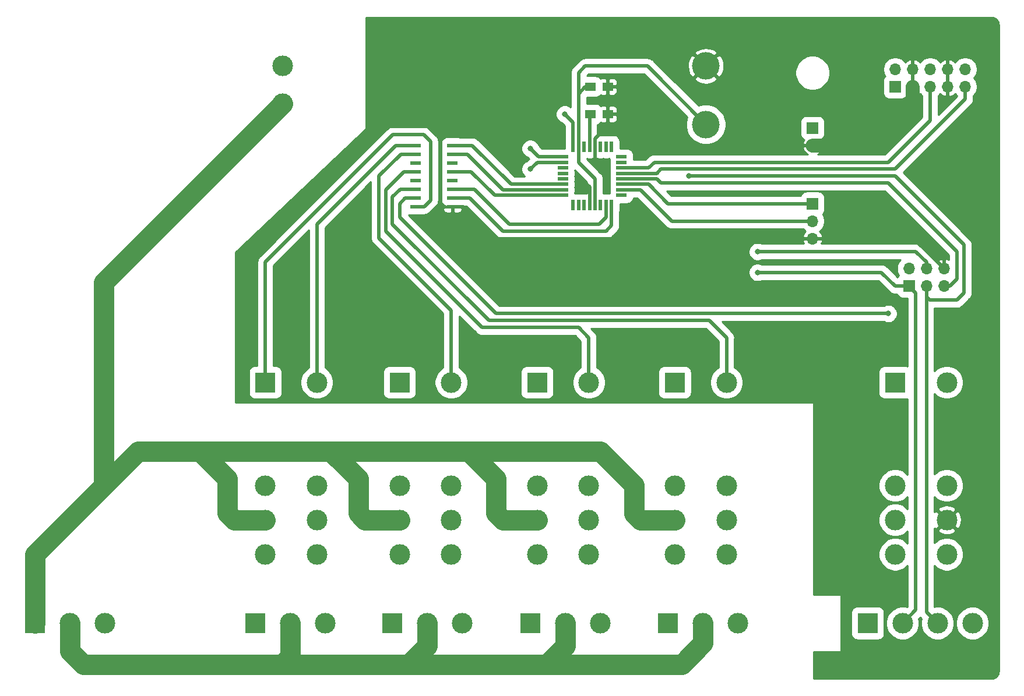
<source format=gbr>
G04 #@! TF.GenerationSoftware,KiCad,Pcbnew,(5.1.8)-1*
G04 #@! TF.CreationDate,2020-11-20T19:23:25+01:00*
G04 #@! TF.ProjectId,light-box,6c696768-742d-4626-9f78-2e6b69636164,rev?*
G04 #@! TF.SameCoordinates,Original*
G04 #@! TF.FileFunction,Copper,L2,Bot*
G04 #@! TF.FilePolarity,Positive*
%FSLAX46Y46*%
G04 Gerber Fmt 4.6, Leading zero omitted, Abs format (unit mm)*
G04 Created by KiCad (PCBNEW (5.1.8)-1) date 2020-11-20 19:23:25*
%MOMM*%
%LPD*%
G01*
G04 APERTURE LIST*
G04 #@! TA.AperFunction,SMDPad,CuDef*
%ADD10R,1.500000X1.250000*%
G04 #@! TD*
G04 #@! TA.AperFunction,ComponentPad*
%ADD11R,3.000000X3.000000*%
G04 #@! TD*
G04 #@! TA.AperFunction,ComponentPad*
%ADD12C,3.000000*%
G04 #@! TD*
G04 #@! TA.AperFunction,ComponentPad*
%ADD13O,1.700000X1.700000*%
G04 #@! TD*
G04 #@! TA.AperFunction,ComponentPad*
%ADD14R,1.700000X1.700000*%
G04 #@! TD*
G04 #@! TA.AperFunction,SMDPad,CuDef*
%ADD15R,1.500000X0.600000*%
G04 #@! TD*
G04 #@! TA.AperFunction,SMDPad,CuDef*
%ADD16R,1.600000X0.550000*%
G04 #@! TD*
G04 #@! TA.AperFunction,SMDPad,CuDef*
%ADD17R,0.550000X1.600000*%
G04 #@! TD*
G04 #@! TA.AperFunction,ComponentPad*
%ADD18C,4.000000*%
G04 #@! TD*
G04 #@! TA.AperFunction,ViaPad*
%ADD19C,0.800000*%
G04 #@! TD*
G04 #@! TA.AperFunction,Conductor*
%ADD20C,0.500000*%
G04 #@! TD*
G04 #@! TA.AperFunction,Conductor*
%ADD21C,2.000000*%
G04 #@! TD*
G04 #@! TA.AperFunction,Conductor*
%ADD22C,3.000000*%
G04 #@! TD*
G04 #@! TA.AperFunction,Conductor*
%ADD23C,0.254000*%
G04 #@! TD*
G04 #@! TA.AperFunction,Conductor*
%ADD24C,0.100000*%
G04 #@! TD*
G04 APERTURE END LIST*
D10*
G04 #@! TO.P,C1,2*
G04 #@! TO.N,Net-(C1-Pad2)*
X158750000Y-56000000D03*
G04 #@! TO.P,C1,1*
G04 #@! TO.N,GND*
X161250000Y-56000000D03*
G04 #@! TD*
G04 #@! TO.P,C4,2*
G04 #@! TO.N,GND*
X161250000Y-52000000D03*
G04 #@! TO.P,C4,1*
G04 #@! TO.N,+5V*
X158750000Y-52000000D03*
G04 #@! TD*
D11*
G04 #@! TO.P,J230V1,1*
G04 #@! TO.N,NEUT*
X78000000Y-130000000D03*
D12*
G04 #@! TO.P,J230V1,2*
G04 #@! TO.N,Earth*
X83080000Y-130000000D03*
G04 #@! TO.P,J230V1,3*
G04 #@! TO.N,LINE*
X88160000Y-130000000D03*
G04 #@! TD*
D13*
G04 #@! TO.P,JBUS1,10*
G04 #@! TO.N,TWI_SCL*
X213160000Y-49460000D03*
G04 #@! TO.P,JBUS1,9*
X213160000Y-52000000D03*
G04 #@! TO.P,JBUS1,8*
G04 #@! TO.N,GND*
X210620000Y-49460000D03*
G04 #@! TO.P,JBUS1,7*
X210620000Y-52000000D03*
G04 #@! TO.P,JBUS1,6*
G04 #@! TO.N,TWI_SDA*
X208080000Y-49460000D03*
G04 #@! TO.P,JBUS1,5*
X208080000Y-52000000D03*
G04 #@! TO.P,JBUS1,4*
G04 #@! TO.N,GND*
X205540000Y-49460000D03*
G04 #@! TO.P,JBUS1,3*
X205540000Y-52000000D03*
G04 #@! TO.P,JBUS1,2*
G04 #@! TO.N,+5V*
X203000000Y-49460000D03*
D14*
G04 #@! TO.P,JBUS1,1*
X203000000Y-52000000D03*
G04 #@! TD*
D13*
G04 #@! TO.P,JDBG1,3*
G04 #@! TO.N,GND*
X191000000Y-74080000D03*
G04 #@! TO.P,JDBG1,2*
G04 #@! TO.N,DBG_TX*
X191000000Y-71540000D03*
D14*
G04 #@! TO.P,JDBG1,1*
G04 #@! TO.N,DBG_RX*
X191000000Y-69000000D03*
G04 #@! TD*
D13*
G04 #@! TO.P,JISP1,6*
G04 #@! TO.N,GND*
X210080000Y-78460000D03*
G04 #@! TO.P,JISP1,5*
G04 #@! TO.N,ISP_RES*
X210080000Y-81000000D03*
G04 #@! TO.P,JISP1,4*
G04 #@! TO.N,ISP_MISO*
X207540000Y-78460000D03*
G04 #@! TO.P,JISP1,3*
G04 #@! TO.N,ISP_SCK*
X207540000Y-81000000D03*
G04 #@! TO.P,JISP1,2*
G04 #@! TO.N,+5V*
X205000000Y-78460000D03*
D14*
G04 #@! TO.P,JISP1,1*
G04 #@! TO.N,ISP_MOSI*
X205000000Y-81000000D03*
G04 #@! TD*
D13*
G04 #@! TO.P,JPWR1,2*
G04 #@! TO.N,GND*
X191000000Y-60540000D03*
D14*
G04 #@! TO.P,JPWR1,1*
G04 #@! TO.N,+5V*
X191000000Y-58000000D03*
G04 #@! TD*
D11*
G04 #@! TO.P,JRL1,1*
G04 #@! TO.N,RL01_NEUT*
X110000000Y-130000000D03*
D12*
G04 #@! TO.P,JRL1,2*
G04 #@! TO.N,Earth*
X115080000Y-130000000D03*
G04 #@! TO.P,JRL1,3*
G04 #@! TO.N,RL01_LINE*
X120160000Y-130000000D03*
G04 #@! TD*
G04 #@! TO.P,JRL2,3*
G04 #@! TO.N,RL02_LINE*
X140080000Y-130000000D03*
G04 #@! TO.P,JRL2,2*
G04 #@! TO.N,Earth*
X135000000Y-130000000D03*
D11*
G04 #@! TO.P,JRL2,1*
G04 #@! TO.N,RL02_NEUT*
X129920000Y-130000000D03*
G04 #@! TD*
D12*
G04 #@! TO.P,JRL3,3*
G04 #@! TO.N,RL03_LINE*
X160160000Y-130000000D03*
G04 #@! TO.P,JRL3,2*
G04 #@! TO.N,Earth*
X155080000Y-130000000D03*
D11*
G04 #@! TO.P,JRL3,1*
G04 #@! TO.N,RL03_NEUT*
X150000000Y-130000000D03*
G04 #@! TD*
D12*
G04 #@! TO.P,JRL4,3*
G04 #@! TO.N,RL04_LINE*
X180160000Y-130000000D03*
G04 #@! TO.P,JRL4,2*
G04 #@! TO.N,Earth*
X175080000Y-130000000D03*
D11*
G04 #@! TO.P,JRL4,1*
G04 #@! TO.N,RL04_NEUT*
X170000000Y-130000000D03*
G04 #@! TD*
D12*
G04 #@! TO.P,JRL5,4*
G04 #@! TO.N,RL05_GND*
X214240000Y-130000000D03*
D11*
G04 #@! TO.P,JRL5,1*
G04 #@! TO.N,RL05_VCC*
X199000000Y-130000000D03*
D12*
G04 #@! TO.P,JRL5,3*
G04 #@! TO.N,ISP_SCK*
X209160000Y-130000000D03*
G04 #@! TO.P,JRL5,2*
G04 #@! TO.N,ISP_MOSI*
X204080000Y-130000000D03*
G04 #@! TD*
D15*
G04 #@! TO.P,U1,16*
G04 #@! TO.N,RL01_COIL*
X133300000Y-60555000D03*
G04 #@! TO.P,U1,15*
G04 #@! TO.N,RL02_COIL*
X133300000Y-61825000D03*
G04 #@! TO.P,U1,14*
G04 #@! TO.N,N/C*
X133300000Y-63095000D03*
G04 #@! TO.P,U1,13*
G04 #@! TO.N,RL03_COIL*
X133300000Y-64365000D03*
G04 #@! TO.P,U1,12*
G04 #@! TO.N,N/C*
X133300000Y-65635000D03*
G04 #@! TO.P,U1,11*
G04 #@! TO.N,RL04_COIL*
X133300000Y-66905000D03*
G04 #@! TO.P,U1,10*
G04 #@! TO.N,RL05_COIL*
X133300000Y-68175000D03*
G04 #@! TO.P,U1,9*
G04 #@! TO.N,+5V*
X133300000Y-69445000D03*
G04 #@! TO.P,U1,8*
G04 #@! TO.N,GND*
X138700000Y-69445000D03*
G04 #@! TO.P,U1,7*
G04 #@! TO.N,RL05_TRIG*
X138700000Y-68175000D03*
G04 #@! TO.P,U1,6*
G04 #@! TO.N,RL04_TRIG*
X138700000Y-66905000D03*
G04 #@! TO.P,U1,5*
G04 #@! TO.N,N/C*
X138700000Y-65635000D03*
G04 #@! TO.P,U1,4*
G04 #@! TO.N,RL03_TRIG*
X138700000Y-64365000D03*
G04 #@! TO.P,U1,3*
G04 #@! TO.N,N/C*
X138700000Y-63095000D03*
G04 #@! TO.P,U1,2*
G04 #@! TO.N,RL02_TRIG*
X138700000Y-61825000D03*
G04 #@! TO.P,U1,1*
G04 #@! TO.N,RL01_TRIG*
X138700000Y-60555000D03*
G04 #@! TD*
D16*
G04 #@! TO.P,U2,32*
G04 #@! TO.N,N/C*
X163250000Y-67800000D03*
G04 #@! TO.P,U2,31*
G04 #@! TO.N,DBG_TX*
X163250000Y-67000000D03*
G04 #@! TO.P,U2,30*
G04 #@! TO.N,DBG_RX*
X163250000Y-66200000D03*
G04 #@! TO.P,U2,29*
G04 #@! TO.N,ISP_RES*
X163250000Y-65400000D03*
G04 #@! TO.P,U2,28*
G04 #@! TO.N,TWI_SCL*
X163250000Y-64600000D03*
G04 #@! TO.P,U2,27*
G04 #@! TO.N,TWI_SDA*
X163250000Y-63800000D03*
G04 #@! TO.P,U2,26*
G04 #@! TO.N,N/C*
X163250000Y-63000000D03*
G04 #@! TO.P,U2,25*
X163250000Y-62200000D03*
D17*
G04 #@! TO.P,U2,24*
X161800000Y-60750000D03*
G04 #@! TO.P,U2,23*
X161000000Y-60750000D03*
G04 #@! TO.P,U2,22*
X160200000Y-60750000D03*
G04 #@! TO.P,U2,21*
G04 #@! TO.N,GND*
X159400000Y-60750000D03*
G04 #@! TO.P,U2,20*
G04 #@! TO.N,Net-(C1-Pad2)*
X158600000Y-60750000D03*
G04 #@! TO.P,U2,19*
G04 #@! TO.N,N/C*
X157800000Y-60750000D03*
G04 #@! TO.P,U2,18*
G04 #@! TO.N,+5V*
X157000000Y-60750000D03*
G04 #@! TO.P,U2,17*
G04 #@! TO.N,ISP_SCK*
X156200000Y-60750000D03*
D16*
G04 #@! TO.P,U2,16*
G04 #@! TO.N,ISP_MISO*
X154750000Y-62200000D03*
G04 #@! TO.P,U2,15*
G04 #@! TO.N,ISP_MOSI*
X154750000Y-63000000D03*
G04 #@! TO.P,U2,14*
G04 #@! TO.N,N/C*
X154750000Y-63800000D03*
G04 #@! TO.P,U2,13*
X154750000Y-64600000D03*
G04 #@! TO.P,U2,12*
X154750000Y-65400000D03*
G04 #@! TO.P,U2,11*
G04 #@! TO.N,RL01_TRIG*
X154750000Y-66200000D03*
G04 #@! TO.P,U2,10*
G04 #@! TO.N,RL02_TRIG*
X154750000Y-67000000D03*
G04 #@! TO.P,U2,9*
G04 #@! TO.N,RL03_TRIG*
X154750000Y-67800000D03*
D17*
G04 #@! TO.P,U2,8*
G04 #@! TO.N,N/C*
X156200000Y-69250000D03*
G04 #@! TO.P,U2,7*
X157000000Y-69250000D03*
G04 #@! TO.P,U2,6*
X157800000Y-69250000D03*
G04 #@! TO.P,U2,5*
G04 #@! TO.N,GND*
X158600000Y-69250000D03*
G04 #@! TO.P,U2,4*
G04 #@! TO.N,+5V*
X159400000Y-69250000D03*
G04 #@! TO.P,U2,3*
G04 #@! TO.N,N/C*
X160200000Y-69250000D03*
G04 #@! TO.P,U2,2*
G04 #@! TO.N,RL04_TRIG*
X161000000Y-69250000D03*
G04 #@! TO.P,U2,1*
G04 #@! TO.N,RL05_TRIG*
X161800000Y-69250000D03*
G04 #@! TD*
D12*
G04 #@! TO.P,PS1,2*
G04 #@! TO.N,LINE*
X114000000Y-49000000D03*
D18*
G04 #@! TO.P,PS1,3*
G04 #@! TO.N,GND*
X175500000Y-49000000D03*
D12*
G04 #@! TO.P,PS1,1*
G04 #@! TO.N,NEUT*
X114000000Y-54500000D03*
D18*
G04 #@! TO.P,PS1,4*
G04 #@! TO.N,+5V*
X175500000Y-57500000D03*
G04 #@! TD*
D12*
G04 #@! TO.P,RL1,7*
G04 #@! TO.N,N/C*
X119000000Y-110000000D03*
G04 #@! TO.P,RL1,5*
G04 #@! TO.N,RL01_LINE*
X119000000Y-120000000D03*
G04 #@! TO.P,RL1,6*
G04 #@! TO.N,LINE*
X119000000Y-115000000D03*
G04 #@! TO.P,RL1,2*
G04 #@! TO.N,N/C*
X111500000Y-110000000D03*
G04 #@! TO.P,RL1,4*
G04 #@! TO.N,RL01_NEUT*
X111500000Y-120000000D03*
G04 #@! TO.P,RL1,3*
G04 #@! TO.N,NEUT*
X111500000Y-115000000D03*
G04 #@! TO.P,RL1,8*
G04 #@! TO.N,RL01_COIL*
X119000000Y-95000000D03*
D11*
G04 #@! TO.P,RL1,1*
G04 #@! TO.N,+5V*
X111500000Y-95000000D03*
G04 #@! TD*
G04 #@! TO.P,RL2,1*
G04 #@! TO.N,+5V*
X131000000Y-95000000D03*
D12*
G04 #@! TO.P,RL2,8*
G04 #@! TO.N,RL02_COIL*
X138500000Y-95000000D03*
G04 #@! TO.P,RL2,3*
G04 #@! TO.N,NEUT*
X131000000Y-115000000D03*
G04 #@! TO.P,RL2,4*
G04 #@! TO.N,RL02_NEUT*
X131000000Y-120000000D03*
G04 #@! TO.P,RL2,2*
G04 #@! TO.N,N/C*
X131000000Y-110000000D03*
G04 #@! TO.P,RL2,6*
G04 #@! TO.N,LINE*
X138500000Y-115000000D03*
G04 #@! TO.P,RL2,5*
G04 #@! TO.N,RL02_LINE*
X138500000Y-120000000D03*
G04 #@! TO.P,RL2,7*
G04 #@! TO.N,N/C*
X138500000Y-110000000D03*
G04 #@! TD*
G04 #@! TO.P,RL3,7*
G04 #@! TO.N,N/C*
X158500000Y-110000000D03*
G04 #@! TO.P,RL3,5*
G04 #@! TO.N,RL03_LINE*
X158500000Y-120000000D03*
G04 #@! TO.P,RL3,6*
G04 #@! TO.N,LINE*
X158500000Y-115000000D03*
G04 #@! TO.P,RL3,2*
G04 #@! TO.N,N/C*
X151000000Y-110000000D03*
G04 #@! TO.P,RL3,4*
G04 #@! TO.N,RL03_NEUT*
X151000000Y-120000000D03*
G04 #@! TO.P,RL3,3*
G04 #@! TO.N,NEUT*
X151000000Y-115000000D03*
G04 #@! TO.P,RL3,8*
G04 #@! TO.N,RL03_COIL*
X158500000Y-95000000D03*
D11*
G04 #@! TO.P,RL3,1*
G04 #@! TO.N,+5V*
X151000000Y-95000000D03*
G04 #@! TD*
G04 #@! TO.P,RL4,1*
G04 #@! TO.N,+5V*
X171000000Y-95000000D03*
D12*
G04 #@! TO.P,RL4,8*
G04 #@! TO.N,RL04_COIL*
X178500000Y-95000000D03*
G04 #@! TO.P,RL4,3*
G04 #@! TO.N,NEUT*
X171000000Y-115000000D03*
G04 #@! TO.P,RL4,4*
G04 #@! TO.N,RL04_NEUT*
X171000000Y-120000000D03*
G04 #@! TO.P,RL4,2*
G04 #@! TO.N,N/C*
X171000000Y-110000000D03*
G04 #@! TO.P,RL4,6*
G04 #@! TO.N,LINE*
X178500000Y-115000000D03*
G04 #@! TO.P,RL4,5*
G04 #@! TO.N,RL04_LINE*
X178500000Y-120000000D03*
G04 #@! TO.P,RL4,7*
G04 #@! TO.N,N/C*
X178500000Y-110000000D03*
G04 #@! TD*
G04 #@! TO.P,RL5,7*
G04 #@! TO.N,N/C*
X210500000Y-110000000D03*
G04 #@! TO.P,RL5,5*
G04 #@! TO.N,RL05_GND*
X210500000Y-120000000D03*
G04 #@! TO.P,RL5,6*
G04 #@! TO.N,GND*
X210500000Y-115000000D03*
G04 #@! TO.P,RL5,2*
G04 #@! TO.N,N/C*
X203000000Y-110000000D03*
G04 #@! TO.P,RL5,4*
G04 #@! TO.N,RL05_VCC*
X203000000Y-120000000D03*
G04 #@! TO.P,RL5,3*
G04 #@! TO.N,+5V*
X203000000Y-115000000D03*
G04 #@! TO.P,RL5,8*
G04 #@! TO.N,RL05_COIL*
X210500000Y-95000000D03*
D11*
G04 #@! TO.P,RL5,1*
G04 #@! TO.N,+5V*
X203000000Y-95000000D03*
G04 #@! TD*
D19*
G04 #@! TO.N,GND*
X158000000Y-66000000D03*
X160000000Y-64000000D03*
G04 #@! TO.N,ISP_MISO*
X183000000Y-76000000D03*
X150000000Y-61000000D03*
G04 #@! TO.N,ISP_SCK*
X155000000Y-56000000D03*
X173000000Y-65000000D03*
G04 #@! TO.N,ISP_MOSI*
X183000000Y-79000000D03*
X150000000Y-64000000D03*
G04 #@! TO.N,RL05_COIL*
X202000000Y-85000000D03*
G04 #@! TD*
D20*
G04 #@! TO.N,Net-(C1-Pad2)*
X158600000Y-56150000D02*
X158750000Y-56000000D01*
X158600000Y-60750000D02*
X158600000Y-56150000D01*
D21*
G04 #@! TO.N,GND*
X191000000Y-60540000D02*
X201460000Y-60540000D01*
X201460000Y-60540000D02*
X205540000Y-56460000D01*
X205540000Y-52000000D02*
X205540000Y-56460000D01*
D20*
X140285000Y-69445000D02*
X144920000Y-74080000D01*
X138700000Y-69445000D02*
X140285000Y-69445000D01*
X191000000Y-74080000D02*
X144920000Y-74080000D01*
X159400000Y-60750000D02*
X159400000Y-59600000D01*
X161250000Y-57750000D02*
X161250000Y-56000000D01*
X159400000Y-59600000D02*
X161250000Y-57750000D01*
X161250000Y-52000000D02*
X161250000Y-56000000D01*
X158600000Y-66600000D02*
X158000000Y-66000000D01*
X158600000Y-69250000D02*
X158600000Y-66600000D01*
X159400000Y-63400000D02*
X160000000Y-64000000D01*
X159400000Y-60750000D02*
X159400000Y-63400000D01*
X205700000Y-74080000D02*
X191000000Y-74080000D01*
X210080000Y-78460000D02*
X205700000Y-74080000D01*
X161250000Y-56000000D02*
X164000000Y-56000000D01*
X168540000Y-60540000D02*
X191000000Y-60540000D01*
X164000000Y-56000000D02*
X168540000Y-60540000D01*
G04 #@! TO.N,ISP_RES*
X163250000Y-65400000D02*
X168400000Y-65400000D01*
X210080000Y-81000000D02*
X210000000Y-81000000D01*
X210227999Y-74227999D02*
X212000000Y-76000000D01*
X212000000Y-76000000D02*
X212000000Y-80000000D01*
X211000000Y-81000000D02*
X210080000Y-81000000D01*
X212000000Y-80000000D02*
X211000000Y-81000000D01*
X202727999Y-66727999D02*
X209000000Y-73000000D01*
X209000000Y-73000000D02*
X210227999Y-74227999D01*
X202000000Y-66000000D02*
X202727999Y-66727999D01*
X169000000Y-66000000D02*
X202000000Y-66000000D01*
X168400000Y-65400000D02*
X169000000Y-66000000D01*
G04 #@! TO.N,+5V*
X157000000Y-60750000D02*
X157000000Y-55000000D01*
X158750000Y-52000000D02*
X158000000Y-52000000D01*
X158000000Y-52000000D02*
X157000000Y-53000000D01*
X157000000Y-55000000D02*
X157000000Y-53000000D01*
X159400000Y-66400000D02*
X159400000Y-69250000D01*
X159400000Y-65400000D02*
X159400000Y-66400000D01*
X157000000Y-60750000D02*
X157000000Y-63000000D01*
X157000000Y-63000000D02*
X159400000Y-65400000D01*
X158000000Y-49000000D02*
X157000000Y-50000000D01*
X157000000Y-50000000D02*
X157000000Y-53000000D01*
X175500000Y-57500000D02*
X167000000Y-49000000D01*
X167000000Y-49000000D02*
X158000000Y-49000000D01*
X111500000Y-77500000D02*
X111500000Y-95000000D01*
X130000000Y-59000000D02*
X111500000Y-77500000D01*
X133300000Y-69445000D02*
X134555000Y-69445000D01*
X135500000Y-68500000D02*
X135500000Y-60000000D01*
X134555000Y-69445000D02*
X135500000Y-68500000D01*
X135500000Y-60000000D02*
X134500000Y-59000000D01*
X134500000Y-59000000D02*
X130000000Y-59000000D01*
D22*
G04 #@! TO.N,Earth*
X175080000Y-132894990D02*
X175080000Y-130000000D01*
X172000000Y-135974990D02*
X175080000Y-132894990D01*
X155080000Y-133320002D02*
X152974990Y-135425012D01*
X152974990Y-135425012D02*
X152974990Y-135974990D01*
X155080000Y-130000000D02*
X155080000Y-133320002D01*
X152974990Y-135974990D02*
X172000000Y-135974990D01*
X135000000Y-133320002D02*
X132974990Y-135345012D01*
X135000000Y-130000000D02*
X135000000Y-133320002D01*
X132974990Y-135345012D02*
X132974990Y-135974990D01*
X132974990Y-135974990D02*
X152974990Y-135974990D01*
X115080000Y-130000000D02*
X115080000Y-134869980D01*
X115080000Y-134869980D02*
X113974990Y-135974990D01*
X113974990Y-135974990D02*
X132974990Y-135974990D01*
X83080000Y-134029980D02*
X85025010Y-135974990D01*
X83080000Y-130000000D02*
X83080000Y-134029980D01*
X85025010Y-135974990D02*
X113974990Y-135974990D01*
G04 #@! TO.N,NEUT*
X121000000Y-105000000D02*
X141000000Y-105000000D01*
X93000000Y-105000000D02*
X98000000Y-105000000D01*
X101000000Y-67500000D02*
X114000000Y-54500000D01*
X78000000Y-120000000D02*
X78000000Y-130000000D01*
X88000000Y-80500000D02*
X101000000Y-67500000D01*
X88000000Y-110000000D02*
X88000000Y-80500000D01*
X93000000Y-105000000D02*
X88000000Y-110000000D01*
X88000000Y-110000000D02*
X78000000Y-120000000D01*
X131000000Y-115000000D02*
X126000000Y-115000000D01*
X126000000Y-115000000D02*
X125000000Y-114000000D01*
X125000000Y-109000000D02*
X122500000Y-106500000D01*
X125000000Y-114000000D02*
X125000000Y-109000000D01*
X122500000Y-106500000D02*
X121000000Y-105000000D01*
X141000000Y-105000000D02*
X142000000Y-105000000D01*
X142000000Y-105000000D02*
X160160002Y-105000000D01*
X171000000Y-115000000D02*
X166000000Y-115000000D01*
X165080001Y-114080001D02*
X165080001Y-109919999D01*
X166000000Y-115000000D02*
X165080001Y-114080001D01*
X165080001Y-109919999D02*
X160160002Y-105000000D01*
X98000000Y-105000000D02*
X102000000Y-105000000D01*
X102000000Y-105000000D02*
X121000000Y-105000000D01*
X111500000Y-115000000D02*
X107000000Y-115000000D01*
X107000000Y-115000000D02*
X106000000Y-114000000D01*
X106000000Y-109000000D02*
X102000000Y-105000000D01*
X106000000Y-114000000D02*
X106000000Y-109000000D01*
X151000000Y-115000000D02*
X146000000Y-115000000D01*
X146000000Y-115000000D02*
X145000000Y-114000000D01*
X145000000Y-109000000D02*
X141000000Y-105000000D01*
X145000000Y-114000000D02*
X145000000Y-109000000D01*
D20*
G04 #@! TO.N,TWI_SCL*
X203000000Y-64000000D02*
X213160000Y-53840000D01*
X168400000Y-64600000D02*
X169000000Y-64000000D01*
X213160000Y-53840000D02*
X213160000Y-52000000D01*
X169000000Y-64000000D02*
X203000000Y-64000000D01*
X163250000Y-64600000D02*
X168400000Y-64600000D01*
G04 #@! TO.N,TWI_SDA*
X208080000Y-56920000D02*
X208080000Y-52000000D01*
X167210034Y-63800000D02*
X168005017Y-63005017D01*
X201994983Y-63005017D02*
X208080000Y-56920000D01*
X168005017Y-63005017D02*
X201994983Y-63005017D01*
X163250000Y-63800000D02*
X167210034Y-63800000D01*
G04 #@! TO.N,DBG_TX*
X170540000Y-71540000D02*
X191000000Y-71540000D01*
X166000000Y-67000000D02*
X170540000Y-71540000D01*
X163250000Y-67000000D02*
X166000000Y-67000000D01*
G04 #@! TO.N,DBG_RX*
X170000000Y-69000000D02*
X191000000Y-69000000D01*
X167200000Y-66200000D02*
X170000000Y-69000000D01*
X163250000Y-66200000D02*
X167200000Y-66200000D01*
G04 #@! TO.N,ISP_MISO*
X151200000Y-62200000D02*
X150000000Y-61000000D01*
X154750000Y-62200000D02*
X151200000Y-62200000D01*
X185000000Y-76000000D02*
X183000000Y-76000000D01*
X207540000Y-78460000D02*
X207540000Y-77540000D01*
X206000000Y-76000000D02*
X185000000Y-76000000D01*
X207540000Y-77540000D02*
X206000000Y-76000000D01*
G04 #@! TO.N,ISP_SCK*
X207540000Y-128380000D02*
X207540000Y-81000000D01*
X209160000Y-130000000D02*
X207540000Y-128380000D01*
X156200000Y-57200000D02*
X155000000Y-56000000D01*
X156200000Y-60750000D02*
X156200000Y-57200000D01*
X174000000Y-65000000D02*
X174000000Y-65000000D01*
X174000000Y-65000000D02*
X173000000Y-65000000D01*
X213000000Y-75000000D02*
X203000000Y-65000000D01*
X207540000Y-81000000D02*
X207540000Y-82540000D01*
X203000000Y-65000000D02*
X174000000Y-65000000D01*
X207540000Y-82540000D02*
X208000000Y-83000000D01*
X213000000Y-82000000D02*
X213000000Y-75000000D01*
X208000000Y-83000000D02*
X212000000Y-83000000D01*
X212000000Y-83000000D02*
X213000000Y-82000000D01*
G04 #@! TO.N,ISP_MOSI*
X205579999Y-81579999D02*
X205000000Y-81000000D01*
X204080000Y-130000000D02*
X206000000Y-128080000D01*
X206000000Y-82000000D02*
X205579999Y-81579999D01*
X206000000Y-128080000D02*
X206000000Y-82000000D01*
X151000000Y-63000000D02*
X150000000Y-64000000D01*
X154750000Y-63000000D02*
X151000000Y-63000000D01*
X185000000Y-79000000D02*
X183000000Y-79000000D01*
X201000000Y-79000000D02*
X185000000Y-79000000D01*
X205000000Y-81000000D02*
X203000000Y-81000000D01*
X203000000Y-81000000D02*
X201000000Y-79000000D01*
G04 #@! TO.N,RL01_COIL*
X119000000Y-72000000D02*
X119000000Y-75000000D01*
X119000000Y-75000000D02*
X119000000Y-95000000D01*
X130445000Y-60555000D02*
X119000000Y-72000000D01*
X133300000Y-60555000D02*
X130445000Y-60555000D01*
G04 #@! TO.N,RL02_COIL*
X138500000Y-84500000D02*
X138500000Y-95000000D01*
X128000000Y-65000000D02*
X128000000Y-74000000D01*
X133300000Y-61825000D02*
X131175000Y-61825000D01*
X128000000Y-74000000D02*
X138500000Y-84500000D01*
X131175000Y-61825000D02*
X128000000Y-65000000D01*
G04 #@! TO.N,RL03_COIL*
X131635000Y-64365000D02*
X133300000Y-64365000D01*
X129000000Y-67000000D02*
X131635000Y-64365000D01*
X158500000Y-88500000D02*
X157000000Y-87000000D01*
X157000000Y-87000000D02*
X143000000Y-87000000D01*
X143000000Y-87000000D02*
X129000000Y-73000000D01*
X158500000Y-95000000D02*
X158500000Y-88500000D01*
X129000000Y-73000000D02*
X129000000Y-67000000D01*
G04 #@! TO.N,RL04_COIL*
X131095000Y-66905000D02*
X133300000Y-66905000D01*
X129977500Y-68022500D02*
X131095000Y-66905000D01*
X178500000Y-88500000D02*
X176000000Y-86000000D01*
X144000000Y-86000000D02*
X129977500Y-71977500D01*
X129977500Y-71977500D02*
X129977500Y-68022500D01*
X178500000Y-95000000D02*
X178500000Y-88500000D01*
X176000000Y-86000000D02*
X144000000Y-86000000D01*
G04 #@! TO.N,RL05_COIL*
X131000000Y-69000000D02*
X131825000Y-68175000D01*
X131000000Y-71000000D02*
X131000000Y-69000000D01*
X131825000Y-68175000D02*
X133300000Y-68175000D01*
X145000000Y-85000000D02*
X131000000Y-71000000D01*
X177000000Y-85000000D02*
X181000000Y-85000000D01*
X202000000Y-85000000D02*
X177000000Y-85000000D01*
X177000000Y-85000000D02*
X145000000Y-85000000D01*
G04 #@! TO.N,RL05_TRIG*
X141175000Y-68175000D02*
X138700000Y-68175000D01*
X161000000Y-73000000D02*
X146000000Y-73000000D01*
X161800000Y-72200000D02*
X161000000Y-73000000D01*
X146000000Y-73000000D02*
X141175000Y-68175000D01*
X161800000Y-69250000D02*
X161800000Y-72200000D01*
G04 #@! TO.N,RL04_TRIG*
X161000000Y-71000000D02*
X161000000Y-70000000D01*
X159975002Y-72024998D02*
X161000000Y-71000000D01*
X161000000Y-69250000D02*
X161000000Y-70000000D01*
X141855004Y-66905000D02*
X146975002Y-72024998D01*
X138700000Y-66905000D02*
X141855004Y-66905000D01*
X159975002Y-72024998D02*
X146975002Y-72024998D01*
G04 #@! TO.N,RL03_TRIG*
X141365000Y-64365000D02*
X144800000Y-67800000D01*
X138700000Y-64365000D02*
X141365000Y-64365000D01*
X154750000Y-67800000D02*
X144800000Y-67800000D01*
G04 #@! TO.N,RL02_TRIG*
X140825000Y-61825000D02*
X146000000Y-67000000D01*
X138700000Y-61825000D02*
X140825000Y-61825000D01*
X154750000Y-67000000D02*
X146000000Y-67000000D01*
G04 #@! TO.N,RL01_TRIG*
X141555000Y-60555000D02*
X147200000Y-66200000D01*
X138700000Y-60555000D02*
X141555000Y-60555000D01*
X154750000Y-66200000D02*
X147200000Y-66200000D01*
G04 #@! TD*
D23*
G04 #@! TO.N,GND*
X217202670Y-41976437D02*
X217397620Y-42035296D01*
X217577426Y-42130900D01*
X217735240Y-42259610D01*
X217865046Y-42416519D01*
X217961904Y-42595654D01*
X218022122Y-42790187D01*
X218048001Y-43036407D01*
X218048000Y-136953443D01*
X218023563Y-137202672D01*
X217964705Y-137397619D01*
X217869098Y-137577429D01*
X217740390Y-137735240D01*
X217583480Y-137865047D01*
X217404346Y-137961904D01*
X217209813Y-138022122D01*
X216963602Y-138048000D01*
X191127000Y-138048000D01*
X191127000Y-134127000D01*
X195000000Y-134127000D01*
X195024776Y-134124560D01*
X195048601Y-134117333D01*
X195070557Y-134105597D01*
X195089803Y-134089803D01*
X195105597Y-134070557D01*
X195117333Y-134048601D01*
X195124560Y-134024776D01*
X195127000Y-134000000D01*
X195127000Y-128500000D01*
X196568515Y-128500000D01*
X196568515Y-131500000D01*
X196586413Y-131681724D01*
X196639420Y-131856464D01*
X196725499Y-132017505D01*
X196841341Y-132158659D01*
X196982495Y-132274501D01*
X197143536Y-132360580D01*
X197318276Y-132413587D01*
X197500000Y-132431485D01*
X200500000Y-132431485D01*
X200681724Y-132413587D01*
X200856464Y-132360580D01*
X201017505Y-132274501D01*
X201158659Y-132158659D01*
X201274501Y-132017505D01*
X201360580Y-131856464D01*
X201413587Y-131681724D01*
X201431485Y-131500000D01*
X201431485Y-128500000D01*
X201413587Y-128318276D01*
X201360580Y-128143536D01*
X201274501Y-127982495D01*
X201158659Y-127841341D01*
X201017505Y-127725499D01*
X200856464Y-127639420D01*
X200681724Y-127586413D01*
X200500000Y-127568515D01*
X197500000Y-127568515D01*
X197318276Y-127586413D01*
X197143536Y-127639420D01*
X196982495Y-127725499D01*
X196841341Y-127841341D01*
X196725499Y-127982495D01*
X196639420Y-128143536D01*
X196586413Y-128318276D01*
X196568515Y-128500000D01*
X195127000Y-128500000D01*
X195127000Y-126000000D01*
X195124560Y-125975224D01*
X195117333Y-125951399D01*
X195105597Y-125929443D01*
X195089803Y-125910197D01*
X195070557Y-125894403D01*
X195048601Y-125882667D01*
X195024776Y-125875440D01*
X195000000Y-125873000D01*
X191127000Y-125873000D01*
X191127000Y-98000000D01*
X191124560Y-97975224D01*
X191117333Y-97951399D01*
X191105597Y-97929443D01*
X191089803Y-97910197D01*
X191070557Y-97894403D01*
X191048601Y-97882667D01*
X191024776Y-97875440D01*
X191000000Y-97873000D01*
X107127000Y-97873000D01*
X107127000Y-93500000D01*
X109068515Y-93500000D01*
X109068515Y-96500000D01*
X109086413Y-96681724D01*
X109139420Y-96856464D01*
X109225499Y-97017505D01*
X109341341Y-97158659D01*
X109482495Y-97274501D01*
X109643536Y-97360580D01*
X109818276Y-97413587D01*
X110000000Y-97431485D01*
X113000000Y-97431485D01*
X113181724Y-97413587D01*
X113356464Y-97360580D01*
X113517505Y-97274501D01*
X113658659Y-97158659D01*
X113774501Y-97017505D01*
X113860580Y-96856464D01*
X113913587Y-96681724D01*
X113931485Y-96500000D01*
X113931485Y-93500000D01*
X113913587Y-93318276D01*
X113860580Y-93143536D01*
X113774501Y-92982495D01*
X113658659Y-92841341D01*
X113517505Y-92725499D01*
X113356464Y-92639420D01*
X113181724Y-92586413D01*
X113000000Y-92568515D01*
X112677000Y-92568515D01*
X112677000Y-77987528D01*
X117823000Y-72841528D01*
X117823001Y-74942179D01*
X117823000Y-74942189D01*
X117823001Y-92867518D01*
X117452878Y-93114826D01*
X117114826Y-93452878D01*
X116849221Y-93850385D01*
X116666268Y-94292070D01*
X116573000Y-94760961D01*
X116573000Y-95239039D01*
X116666268Y-95707930D01*
X116849221Y-96149615D01*
X117114826Y-96547122D01*
X117452878Y-96885174D01*
X117850385Y-97150779D01*
X118292070Y-97333732D01*
X118760961Y-97427000D01*
X119239039Y-97427000D01*
X119707930Y-97333732D01*
X120149615Y-97150779D01*
X120547122Y-96885174D01*
X120885174Y-96547122D01*
X121150779Y-96149615D01*
X121333732Y-95707930D01*
X121427000Y-95239039D01*
X121427000Y-94760961D01*
X121333732Y-94292070D01*
X121150779Y-93850385D01*
X120916660Y-93500000D01*
X128568515Y-93500000D01*
X128568515Y-96500000D01*
X128586413Y-96681724D01*
X128639420Y-96856464D01*
X128725499Y-97017505D01*
X128841341Y-97158659D01*
X128982495Y-97274501D01*
X129143536Y-97360580D01*
X129318276Y-97413587D01*
X129500000Y-97431485D01*
X132500000Y-97431485D01*
X132681724Y-97413587D01*
X132856464Y-97360580D01*
X133017505Y-97274501D01*
X133158659Y-97158659D01*
X133274501Y-97017505D01*
X133360580Y-96856464D01*
X133413587Y-96681724D01*
X133431485Y-96500000D01*
X133431485Y-93500000D01*
X133413587Y-93318276D01*
X133360580Y-93143536D01*
X133274501Y-92982495D01*
X133158659Y-92841341D01*
X133017505Y-92725499D01*
X132856464Y-92639420D01*
X132681724Y-92586413D01*
X132500000Y-92568515D01*
X129500000Y-92568515D01*
X129318276Y-92586413D01*
X129143536Y-92639420D01*
X128982495Y-92725499D01*
X128841341Y-92841341D01*
X128725499Y-92982495D01*
X128639420Y-93143536D01*
X128586413Y-93318276D01*
X128568515Y-93500000D01*
X120916660Y-93500000D01*
X120885174Y-93452878D01*
X120547122Y-93114826D01*
X120177000Y-92867519D01*
X120177000Y-72487528D01*
X126823000Y-65841529D01*
X126823001Y-73942178D01*
X126817306Y-74000000D01*
X126840031Y-74230731D01*
X126874067Y-74342930D01*
X126907334Y-74452597D01*
X127016627Y-74657070D01*
X127163710Y-74836291D01*
X127208618Y-74873146D01*
X137323000Y-84987529D01*
X137323001Y-92867518D01*
X136952878Y-93114826D01*
X136614826Y-93452878D01*
X136349221Y-93850385D01*
X136166268Y-94292070D01*
X136073000Y-94760961D01*
X136073000Y-95239039D01*
X136166268Y-95707930D01*
X136349221Y-96149615D01*
X136614826Y-96547122D01*
X136952878Y-96885174D01*
X137350385Y-97150779D01*
X137792070Y-97333732D01*
X138260961Y-97427000D01*
X138739039Y-97427000D01*
X139207930Y-97333732D01*
X139649615Y-97150779D01*
X140047122Y-96885174D01*
X140385174Y-96547122D01*
X140650779Y-96149615D01*
X140833732Y-95707930D01*
X140927000Y-95239039D01*
X140927000Y-94760961D01*
X140833732Y-94292070D01*
X140650779Y-93850385D01*
X140416660Y-93500000D01*
X148568515Y-93500000D01*
X148568515Y-96500000D01*
X148586413Y-96681724D01*
X148639420Y-96856464D01*
X148725499Y-97017505D01*
X148841341Y-97158659D01*
X148982495Y-97274501D01*
X149143536Y-97360580D01*
X149318276Y-97413587D01*
X149500000Y-97431485D01*
X152500000Y-97431485D01*
X152681724Y-97413587D01*
X152856464Y-97360580D01*
X153017505Y-97274501D01*
X153158659Y-97158659D01*
X153274501Y-97017505D01*
X153360580Y-96856464D01*
X153413587Y-96681724D01*
X153431485Y-96500000D01*
X153431485Y-93500000D01*
X153413587Y-93318276D01*
X153360580Y-93143536D01*
X153274501Y-92982495D01*
X153158659Y-92841341D01*
X153017505Y-92725499D01*
X152856464Y-92639420D01*
X152681724Y-92586413D01*
X152500000Y-92568515D01*
X149500000Y-92568515D01*
X149318276Y-92586413D01*
X149143536Y-92639420D01*
X148982495Y-92725499D01*
X148841341Y-92841341D01*
X148725499Y-92982495D01*
X148639420Y-93143536D01*
X148586413Y-93318276D01*
X148568515Y-93500000D01*
X140416660Y-93500000D01*
X140385174Y-93452878D01*
X140047122Y-93114826D01*
X139677000Y-92867519D01*
X139677000Y-85341530D01*
X142126858Y-87791388D01*
X142163709Y-87836291D01*
X142342930Y-87983374D01*
X142547403Y-88092667D01*
X142769268Y-88159969D01*
X143000000Y-88182694D01*
X143057812Y-88177000D01*
X156512472Y-88177000D01*
X157323001Y-88987530D01*
X157323000Y-92867519D01*
X156952878Y-93114826D01*
X156614826Y-93452878D01*
X156349221Y-93850385D01*
X156166268Y-94292070D01*
X156073000Y-94760961D01*
X156073000Y-95239039D01*
X156166268Y-95707930D01*
X156349221Y-96149615D01*
X156614826Y-96547122D01*
X156952878Y-96885174D01*
X157350385Y-97150779D01*
X157792070Y-97333732D01*
X158260961Y-97427000D01*
X158739039Y-97427000D01*
X159207930Y-97333732D01*
X159649615Y-97150779D01*
X160047122Y-96885174D01*
X160385174Y-96547122D01*
X160650779Y-96149615D01*
X160833732Y-95707930D01*
X160927000Y-95239039D01*
X160927000Y-94760961D01*
X160833732Y-94292070D01*
X160650779Y-93850385D01*
X160416660Y-93500000D01*
X168568515Y-93500000D01*
X168568515Y-96500000D01*
X168586413Y-96681724D01*
X168639420Y-96856464D01*
X168725499Y-97017505D01*
X168841341Y-97158659D01*
X168982495Y-97274501D01*
X169143536Y-97360580D01*
X169318276Y-97413587D01*
X169500000Y-97431485D01*
X172500000Y-97431485D01*
X172681724Y-97413587D01*
X172856464Y-97360580D01*
X173017505Y-97274501D01*
X173158659Y-97158659D01*
X173274501Y-97017505D01*
X173360580Y-96856464D01*
X173413587Y-96681724D01*
X173431485Y-96500000D01*
X173431485Y-93500000D01*
X173413587Y-93318276D01*
X173360580Y-93143536D01*
X173274501Y-92982495D01*
X173158659Y-92841341D01*
X173017505Y-92725499D01*
X172856464Y-92639420D01*
X172681724Y-92586413D01*
X172500000Y-92568515D01*
X169500000Y-92568515D01*
X169318276Y-92586413D01*
X169143536Y-92639420D01*
X168982495Y-92725499D01*
X168841341Y-92841341D01*
X168725499Y-92982495D01*
X168639420Y-93143536D01*
X168586413Y-93318276D01*
X168568515Y-93500000D01*
X160416660Y-93500000D01*
X160385174Y-93452878D01*
X160047122Y-93114826D01*
X159677000Y-92867519D01*
X159677000Y-88557801D01*
X159682693Y-88499999D01*
X159677000Y-88442197D01*
X159677000Y-88442188D01*
X159659969Y-88269268D01*
X159592667Y-88047403D01*
X159483374Y-87842930D01*
X159336291Y-87663709D01*
X159291382Y-87626853D01*
X158841529Y-87177000D01*
X175512472Y-87177000D01*
X177323001Y-88987531D01*
X177323000Y-92867519D01*
X176952878Y-93114826D01*
X176614826Y-93452878D01*
X176349221Y-93850385D01*
X176166268Y-94292070D01*
X176073000Y-94760961D01*
X176073000Y-95239039D01*
X176166268Y-95707930D01*
X176349221Y-96149615D01*
X176614826Y-96547122D01*
X176952878Y-96885174D01*
X177350385Y-97150779D01*
X177792070Y-97333732D01*
X178260961Y-97427000D01*
X178739039Y-97427000D01*
X179207930Y-97333732D01*
X179649615Y-97150779D01*
X180047122Y-96885174D01*
X180385174Y-96547122D01*
X180650779Y-96149615D01*
X180833732Y-95707930D01*
X180927000Y-95239039D01*
X180927000Y-94760961D01*
X180833732Y-94292070D01*
X180650779Y-93850385D01*
X180385174Y-93452878D01*
X180047122Y-93114826D01*
X179677000Y-92867519D01*
X179677000Y-88557812D01*
X179682694Y-88500000D01*
X179659969Y-88269268D01*
X179631980Y-88177000D01*
X179592667Y-88047403D01*
X179483374Y-87842930D01*
X179336291Y-87663709D01*
X179291388Y-87626858D01*
X177841529Y-86177000D01*
X201373912Y-86177000D01*
X201612928Y-86276004D01*
X201869302Y-86327000D01*
X202130698Y-86327000D01*
X202387072Y-86276004D01*
X202628570Y-86175972D01*
X202845913Y-86030748D01*
X203030748Y-85845913D01*
X203175972Y-85628570D01*
X203276004Y-85387072D01*
X203327000Y-85130698D01*
X203327000Y-84869302D01*
X203276004Y-84612928D01*
X203175972Y-84371430D01*
X203030748Y-84154087D01*
X202845913Y-83969252D01*
X202628570Y-83824028D01*
X202387072Y-83723996D01*
X202130698Y-83673000D01*
X201869302Y-83673000D01*
X201612928Y-83723996D01*
X201373912Y-83823000D01*
X145487530Y-83823000D01*
X132303450Y-70638922D01*
X132368276Y-70658587D01*
X132550000Y-70676485D01*
X134050000Y-70676485D01*
X134231724Y-70658587D01*
X134352335Y-70622000D01*
X134497188Y-70622000D01*
X134555000Y-70627694D01*
X134612812Y-70622000D01*
X134785732Y-70604969D01*
X135007597Y-70537667D01*
X135212070Y-70428374D01*
X135391291Y-70281291D01*
X135428150Y-70236378D01*
X135919528Y-69745000D01*
X137311928Y-69745000D01*
X137324188Y-69869482D01*
X137360498Y-69989180D01*
X137419463Y-70099494D01*
X137498815Y-70196185D01*
X137595506Y-70275537D01*
X137705820Y-70334502D01*
X137825518Y-70370812D01*
X137950000Y-70383072D01*
X138414250Y-70380000D01*
X138573000Y-70221250D01*
X138573000Y-69572000D01*
X138827000Y-69572000D01*
X138827000Y-70221250D01*
X138985750Y-70380000D01*
X139450000Y-70383072D01*
X139574482Y-70370812D01*
X139694180Y-70334502D01*
X139804494Y-70275537D01*
X139901185Y-70196185D01*
X139980537Y-70099494D01*
X140039502Y-69989180D01*
X140075812Y-69869482D01*
X140088072Y-69745000D01*
X140085000Y-69730750D01*
X139926250Y-69572000D01*
X138827000Y-69572000D01*
X138573000Y-69572000D01*
X137473750Y-69572000D01*
X137315000Y-69730750D01*
X137311928Y-69745000D01*
X135919528Y-69745000D01*
X136291388Y-69373141D01*
X136336291Y-69336291D01*
X136392610Y-69267667D01*
X136483374Y-69157070D01*
X136505772Y-69115166D01*
X136592667Y-68952597D01*
X136659969Y-68730732D01*
X136677000Y-68557812D01*
X136677000Y-68557811D01*
X136682694Y-68500000D01*
X136677000Y-68442188D01*
X136677000Y-60255000D01*
X137018515Y-60255000D01*
X137018515Y-60855000D01*
X137036413Y-61036724D01*
X137082909Y-61190000D01*
X137036413Y-61343276D01*
X137018515Y-61525000D01*
X137018515Y-62125000D01*
X137036413Y-62306724D01*
X137082909Y-62460000D01*
X137036413Y-62613276D01*
X137018515Y-62795000D01*
X137018515Y-63395000D01*
X137036413Y-63576724D01*
X137082909Y-63730000D01*
X137036413Y-63883276D01*
X137018515Y-64065000D01*
X137018515Y-64665000D01*
X137036413Y-64846724D01*
X137082909Y-65000000D01*
X137036413Y-65153276D01*
X137018515Y-65335000D01*
X137018515Y-65935000D01*
X137036413Y-66116724D01*
X137082909Y-66270000D01*
X137036413Y-66423276D01*
X137018515Y-66605000D01*
X137018515Y-67205000D01*
X137036413Y-67386724D01*
X137082909Y-67540000D01*
X137036413Y-67693276D01*
X137018515Y-67875000D01*
X137018515Y-68475000D01*
X137036413Y-68656724D01*
X137089420Y-68831464D01*
X137175499Y-68992505D01*
X137291341Y-69133659D01*
X137313383Y-69151748D01*
X137315000Y-69159250D01*
X137473750Y-69318000D01*
X137560646Y-69318000D01*
X137593536Y-69335580D01*
X137768276Y-69388587D01*
X137950000Y-69406485D01*
X139450000Y-69406485D01*
X139631724Y-69388587D01*
X139752335Y-69352000D01*
X140687472Y-69352000D01*
X145126854Y-73791382D01*
X145163709Y-73836291D01*
X145342930Y-73983374D01*
X145547403Y-74092667D01*
X145769268Y-74159969D01*
X145942188Y-74177000D01*
X145942197Y-74177000D01*
X145999999Y-74182693D01*
X146057801Y-74177000D01*
X160942188Y-74177000D01*
X161000000Y-74182694D01*
X161057812Y-74177000D01*
X161230732Y-74159969D01*
X161452597Y-74092667D01*
X161657070Y-73983374D01*
X161836291Y-73836291D01*
X161873150Y-73791378D01*
X162591387Y-73073143D01*
X162636291Y-73036291D01*
X162742124Y-72907334D01*
X162783374Y-72857070D01*
X162892667Y-72652597D01*
X162959969Y-72430732D01*
X162977000Y-72257812D01*
X162982694Y-72200000D01*
X162977000Y-72142188D01*
X162977000Y-70269921D01*
X162988587Y-70231724D01*
X163006485Y-70050000D01*
X163006485Y-69006485D01*
X164050000Y-69006485D01*
X164231724Y-68988587D01*
X164406464Y-68935580D01*
X164567505Y-68849501D01*
X164708659Y-68733659D01*
X164824501Y-68592505D01*
X164910580Y-68431464D01*
X164963587Y-68256724D01*
X164971439Y-68177000D01*
X165512472Y-68177000D01*
X169666858Y-72331388D01*
X169703709Y-72376291D01*
X169748612Y-72413142D01*
X169748614Y-72413144D01*
X169770045Y-72430732D01*
X169882930Y-72523374D01*
X170087403Y-72632667D01*
X170309268Y-72699969D01*
X170540000Y-72722694D01*
X170597812Y-72717000D01*
X189663943Y-72717000D01*
X189867229Y-72920286D01*
X189989020Y-73001664D01*
X189902412Y-73079731D01*
X189728359Y-73313080D01*
X189603175Y-73575901D01*
X189558524Y-73723110D01*
X189679845Y-73953000D01*
X190873000Y-73953000D01*
X190873000Y-73933000D01*
X191127000Y-73933000D01*
X191127000Y-73953000D01*
X192320155Y-73953000D01*
X192441476Y-73723110D01*
X192396825Y-73575901D01*
X192271641Y-73313080D01*
X192097588Y-73079731D01*
X192010980Y-73001664D01*
X192132771Y-72920286D01*
X192380286Y-72672771D01*
X192574757Y-72381725D01*
X192708711Y-72058332D01*
X192777000Y-71715019D01*
X192777000Y-71364981D01*
X192708711Y-71021668D01*
X192574757Y-70698275D01*
X192469521Y-70540779D01*
X192508659Y-70508659D01*
X192624501Y-70367505D01*
X192710580Y-70206464D01*
X192763587Y-70031724D01*
X192781485Y-69850000D01*
X192781485Y-68150000D01*
X192763587Y-67968276D01*
X192710580Y-67793536D01*
X192624501Y-67632495D01*
X192508659Y-67491341D01*
X192367505Y-67375499D01*
X192206464Y-67289420D01*
X192031724Y-67236413D01*
X191850000Y-67218515D01*
X190150000Y-67218515D01*
X189968276Y-67236413D01*
X189793536Y-67289420D01*
X189632495Y-67375499D01*
X189491341Y-67491341D01*
X189375499Y-67632495D01*
X189289420Y-67793536D01*
X189280482Y-67823000D01*
X170487529Y-67823000D01*
X169841529Y-67177000D01*
X201512472Y-67177000D01*
X201854856Y-67519384D01*
X208208614Y-73873144D01*
X208208624Y-73873153D01*
X209436613Y-75101143D01*
X209436624Y-75101152D01*
X210823000Y-76487530D01*
X210823000Y-77176966D01*
X210584099Y-77063175D01*
X210436890Y-77018524D01*
X210207000Y-77139845D01*
X210207000Y-78333000D01*
X210227000Y-78333000D01*
X210227000Y-78587000D01*
X210207000Y-78587000D01*
X210207000Y-78607000D01*
X209953000Y-78607000D01*
X209953000Y-78587000D01*
X209933000Y-78587000D01*
X209933000Y-78333000D01*
X209953000Y-78333000D01*
X209953000Y-77139845D01*
X209723110Y-77018524D01*
X209575901Y-77063175D01*
X209313080Y-77188359D01*
X209079731Y-77362412D01*
X209001664Y-77449020D01*
X208920286Y-77327229D01*
X208672771Y-77079714D01*
X208603993Y-77033758D01*
X208523374Y-76882930D01*
X208376291Y-76703709D01*
X208331388Y-76666858D01*
X206873151Y-75208622D01*
X206836291Y-75163709D01*
X206657070Y-75016626D01*
X206452597Y-74907333D01*
X206230732Y-74840031D01*
X206057812Y-74823000D01*
X206000000Y-74817306D01*
X205942188Y-74823000D01*
X192283034Y-74823000D01*
X192396825Y-74584099D01*
X192441476Y-74436890D01*
X192320155Y-74207000D01*
X191127000Y-74207000D01*
X191127000Y-74227000D01*
X190873000Y-74227000D01*
X190873000Y-74207000D01*
X189679845Y-74207000D01*
X189558524Y-74436890D01*
X189603175Y-74584099D01*
X189716966Y-74823000D01*
X183626088Y-74823000D01*
X183387072Y-74723996D01*
X183130698Y-74673000D01*
X182869302Y-74673000D01*
X182612928Y-74723996D01*
X182371430Y-74824028D01*
X182154087Y-74969252D01*
X181969252Y-75154087D01*
X181824028Y-75371430D01*
X181723996Y-75612928D01*
X181673000Y-75869302D01*
X181673000Y-76130698D01*
X181723996Y-76387072D01*
X181824028Y-76628570D01*
X181969252Y-76845913D01*
X182154087Y-77030748D01*
X182371430Y-77175972D01*
X182612928Y-77276004D01*
X182869302Y-77327000D01*
X183130698Y-77327000D01*
X183387072Y-77276004D01*
X183626088Y-77177000D01*
X203769943Y-77177000D01*
X203619714Y-77327229D01*
X203425243Y-77618275D01*
X203291289Y-77941668D01*
X203223000Y-78284981D01*
X203223000Y-78635019D01*
X203291289Y-78978332D01*
X203425243Y-79301725D01*
X203530479Y-79459221D01*
X203491341Y-79491341D01*
X203375499Y-79632495D01*
X203348164Y-79683635D01*
X201873151Y-78208623D01*
X201836291Y-78163709D01*
X201657070Y-78016626D01*
X201452597Y-77907333D01*
X201230732Y-77840031D01*
X201057812Y-77823000D01*
X201000000Y-77817306D01*
X200942188Y-77823000D01*
X183626088Y-77823000D01*
X183387072Y-77723996D01*
X183130698Y-77673000D01*
X182869302Y-77673000D01*
X182612928Y-77723996D01*
X182371430Y-77824028D01*
X182154087Y-77969252D01*
X181969252Y-78154087D01*
X181824028Y-78371430D01*
X181723996Y-78612928D01*
X181673000Y-78869302D01*
X181673000Y-79130698D01*
X181723996Y-79387072D01*
X181824028Y-79628570D01*
X181969252Y-79845913D01*
X182154087Y-80030748D01*
X182371430Y-80175972D01*
X182612928Y-80276004D01*
X182869302Y-80327000D01*
X183130698Y-80327000D01*
X183387072Y-80276004D01*
X183626088Y-80177000D01*
X200512472Y-80177000D01*
X202126853Y-81791382D01*
X202163709Y-81836291D01*
X202342930Y-81983374D01*
X202547403Y-82092667D01*
X202769268Y-82159969D01*
X202942188Y-82177000D01*
X202942197Y-82177000D01*
X202999999Y-82182693D01*
X203057801Y-82177000D01*
X203280482Y-82177000D01*
X203289420Y-82206464D01*
X203375499Y-82367505D01*
X203491341Y-82508659D01*
X203632495Y-82624501D01*
X203793536Y-82710580D01*
X203968276Y-82763587D01*
X204150000Y-82781485D01*
X204823001Y-82781485D01*
X204823001Y-92629269D01*
X204681724Y-92586413D01*
X204500000Y-92568515D01*
X201500000Y-92568515D01*
X201318276Y-92586413D01*
X201143536Y-92639420D01*
X200982495Y-92725499D01*
X200841341Y-92841341D01*
X200725499Y-92982495D01*
X200639420Y-93143536D01*
X200586413Y-93318276D01*
X200568515Y-93500000D01*
X200568515Y-96500000D01*
X200586413Y-96681724D01*
X200639420Y-96856464D01*
X200725499Y-97017505D01*
X200841341Y-97158659D01*
X200982495Y-97274501D01*
X201143536Y-97360580D01*
X201318276Y-97413587D01*
X201500000Y-97431485D01*
X204500000Y-97431485D01*
X204681724Y-97413587D01*
X204823001Y-97370731D01*
X204823000Y-108390704D01*
X204547122Y-108114826D01*
X204149615Y-107849221D01*
X203707930Y-107666268D01*
X203239039Y-107573000D01*
X202760961Y-107573000D01*
X202292070Y-107666268D01*
X201850385Y-107849221D01*
X201452878Y-108114826D01*
X201114826Y-108452878D01*
X200849221Y-108850385D01*
X200666268Y-109292070D01*
X200573000Y-109760961D01*
X200573000Y-110239039D01*
X200666268Y-110707930D01*
X200849221Y-111149615D01*
X201114826Y-111547122D01*
X201452878Y-111885174D01*
X201850385Y-112150779D01*
X202292070Y-112333732D01*
X202760961Y-112427000D01*
X203239039Y-112427000D01*
X203707930Y-112333732D01*
X204149615Y-112150779D01*
X204547122Y-111885174D01*
X204823000Y-111609296D01*
X204823000Y-113390704D01*
X204547122Y-113114826D01*
X204149615Y-112849221D01*
X203707930Y-112666268D01*
X203239039Y-112573000D01*
X202760961Y-112573000D01*
X202292070Y-112666268D01*
X201850385Y-112849221D01*
X201452878Y-113114826D01*
X201114826Y-113452878D01*
X200849221Y-113850385D01*
X200666268Y-114292070D01*
X200573000Y-114760961D01*
X200573000Y-115239039D01*
X200666268Y-115707930D01*
X200849221Y-116149615D01*
X201114826Y-116547122D01*
X201452878Y-116885174D01*
X201850385Y-117150779D01*
X202292070Y-117333732D01*
X202760961Y-117427000D01*
X203239039Y-117427000D01*
X203707930Y-117333732D01*
X204149615Y-117150779D01*
X204547122Y-116885174D01*
X204823000Y-116609296D01*
X204823000Y-118390704D01*
X204547122Y-118114826D01*
X204149615Y-117849221D01*
X203707930Y-117666268D01*
X203239039Y-117573000D01*
X202760961Y-117573000D01*
X202292070Y-117666268D01*
X201850385Y-117849221D01*
X201452878Y-118114826D01*
X201114826Y-118452878D01*
X200849221Y-118850385D01*
X200666268Y-119292070D01*
X200573000Y-119760961D01*
X200573000Y-120239039D01*
X200666268Y-120707930D01*
X200849221Y-121149615D01*
X201114826Y-121547122D01*
X201452878Y-121885174D01*
X201850385Y-122150779D01*
X202292070Y-122333732D01*
X202760961Y-122427000D01*
X203239039Y-122427000D01*
X203707930Y-122333732D01*
X204149615Y-122150779D01*
X204547122Y-121885174D01*
X204823000Y-121609296D01*
X204823000Y-127592471D01*
X204755628Y-127659843D01*
X204319039Y-127573000D01*
X203840961Y-127573000D01*
X203372070Y-127666268D01*
X202930385Y-127849221D01*
X202532878Y-128114826D01*
X202194826Y-128452878D01*
X201929221Y-128850385D01*
X201746268Y-129292070D01*
X201653000Y-129760961D01*
X201653000Y-130239039D01*
X201746268Y-130707930D01*
X201929221Y-131149615D01*
X202194826Y-131547122D01*
X202532878Y-131885174D01*
X202930385Y-132150779D01*
X203372070Y-132333732D01*
X203840961Y-132427000D01*
X204319039Y-132427000D01*
X204787930Y-132333732D01*
X205229615Y-132150779D01*
X205627122Y-131885174D01*
X205965174Y-131547122D01*
X206230779Y-131149615D01*
X206413732Y-130707930D01*
X206507000Y-130239039D01*
X206507000Y-129760961D01*
X206420157Y-129324372D01*
X206624615Y-129119914D01*
X206703709Y-129216291D01*
X206748623Y-129253151D01*
X206819843Y-129324371D01*
X206733000Y-129760961D01*
X206733000Y-130239039D01*
X206826268Y-130707930D01*
X207009221Y-131149615D01*
X207274826Y-131547122D01*
X207612878Y-131885174D01*
X208010385Y-132150779D01*
X208452070Y-132333732D01*
X208920961Y-132427000D01*
X209399039Y-132427000D01*
X209867930Y-132333732D01*
X210309615Y-132150779D01*
X210707122Y-131885174D01*
X211045174Y-131547122D01*
X211310779Y-131149615D01*
X211493732Y-130707930D01*
X211587000Y-130239039D01*
X211587000Y-129760961D01*
X211813000Y-129760961D01*
X211813000Y-130239039D01*
X211906268Y-130707930D01*
X212089221Y-131149615D01*
X212354826Y-131547122D01*
X212692878Y-131885174D01*
X213090385Y-132150779D01*
X213532070Y-132333732D01*
X214000961Y-132427000D01*
X214479039Y-132427000D01*
X214947930Y-132333732D01*
X215389615Y-132150779D01*
X215787122Y-131885174D01*
X216125174Y-131547122D01*
X216390779Y-131149615D01*
X216573732Y-130707930D01*
X216667000Y-130239039D01*
X216667000Y-129760961D01*
X216573732Y-129292070D01*
X216390779Y-128850385D01*
X216125174Y-128452878D01*
X215787122Y-128114826D01*
X215389615Y-127849221D01*
X214947930Y-127666268D01*
X214479039Y-127573000D01*
X214000961Y-127573000D01*
X213532070Y-127666268D01*
X213090385Y-127849221D01*
X212692878Y-128114826D01*
X212354826Y-128452878D01*
X212089221Y-128850385D01*
X211906268Y-129292070D01*
X211813000Y-129760961D01*
X211587000Y-129760961D01*
X211493732Y-129292070D01*
X211310779Y-128850385D01*
X211045174Y-128452878D01*
X210707122Y-128114826D01*
X210309615Y-127849221D01*
X209867930Y-127666268D01*
X209399039Y-127573000D01*
X208920961Y-127573000D01*
X208717000Y-127613570D01*
X208717000Y-121649296D01*
X208952878Y-121885174D01*
X209350385Y-122150779D01*
X209792070Y-122333732D01*
X210260961Y-122427000D01*
X210739039Y-122427000D01*
X211207930Y-122333732D01*
X211649615Y-122150779D01*
X212047122Y-121885174D01*
X212385174Y-121547122D01*
X212650779Y-121149615D01*
X212833732Y-120707930D01*
X212927000Y-120239039D01*
X212927000Y-119760961D01*
X212833732Y-119292070D01*
X212650779Y-118850385D01*
X212385174Y-118452878D01*
X212047122Y-118114826D01*
X211649615Y-117849221D01*
X211207930Y-117666268D01*
X210739039Y-117573000D01*
X210260961Y-117573000D01*
X209792070Y-117666268D01*
X209350385Y-117849221D01*
X208952878Y-118114826D01*
X208717000Y-118350704D01*
X208717000Y-116491653D01*
X209187952Y-116491653D01*
X209343962Y-116807214D01*
X209718745Y-116998020D01*
X210123551Y-117112044D01*
X210542824Y-117144902D01*
X210960451Y-117095334D01*
X211360383Y-116965243D01*
X211656038Y-116807214D01*
X211812048Y-116491653D01*
X210500000Y-115179605D01*
X209187952Y-116491653D01*
X208717000Y-116491653D01*
X208717000Y-116168009D01*
X209008347Y-116312048D01*
X210320395Y-115000000D01*
X210679605Y-115000000D01*
X211991653Y-116312048D01*
X212307214Y-116156038D01*
X212498020Y-115781255D01*
X212612044Y-115376449D01*
X212644902Y-114957176D01*
X212595334Y-114539549D01*
X212465243Y-114139617D01*
X212307214Y-113843962D01*
X211991653Y-113687952D01*
X210679605Y-115000000D01*
X210320395Y-115000000D01*
X209008347Y-113687952D01*
X208717000Y-113831991D01*
X208717000Y-113508347D01*
X209187952Y-113508347D01*
X210500000Y-114820395D01*
X211812048Y-113508347D01*
X211656038Y-113192786D01*
X211281255Y-113001980D01*
X210876449Y-112887956D01*
X210457176Y-112855098D01*
X210039549Y-112904666D01*
X209639617Y-113034757D01*
X209343962Y-113192786D01*
X209187952Y-113508347D01*
X208717000Y-113508347D01*
X208717000Y-111649296D01*
X208952878Y-111885174D01*
X209350385Y-112150779D01*
X209792070Y-112333732D01*
X210260961Y-112427000D01*
X210739039Y-112427000D01*
X211207930Y-112333732D01*
X211649615Y-112150779D01*
X212047122Y-111885174D01*
X212385174Y-111547122D01*
X212650779Y-111149615D01*
X212833732Y-110707930D01*
X212927000Y-110239039D01*
X212927000Y-109760961D01*
X212833732Y-109292070D01*
X212650779Y-108850385D01*
X212385174Y-108452878D01*
X212047122Y-108114826D01*
X211649615Y-107849221D01*
X211207930Y-107666268D01*
X210739039Y-107573000D01*
X210260961Y-107573000D01*
X209792070Y-107666268D01*
X209350385Y-107849221D01*
X208952878Y-108114826D01*
X208717000Y-108350704D01*
X208717000Y-96649296D01*
X208952878Y-96885174D01*
X209350385Y-97150779D01*
X209792070Y-97333732D01*
X210260961Y-97427000D01*
X210739039Y-97427000D01*
X211207930Y-97333732D01*
X211649615Y-97150779D01*
X212047122Y-96885174D01*
X212385174Y-96547122D01*
X212650779Y-96149615D01*
X212833732Y-95707930D01*
X212927000Y-95239039D01*
X212927000Y-94760961D01*
X212833732Y-94292070D01*
X212650779Y-93850385D01*
X212385174Y-93452878D01*
X212047122Y-93114826D01*
X211649615Y-92849221D01*
X211207930Y-92666268D01*
X210739039Y-92573000D01*
X210260961Y-92573000D01*
X209792070Y-92666268D01*
X209350385Y-92849221D01*
X208952878Y-93114826D01*
X208717000Y-93350704D01*
X208717000Y-84177000D01*
X211942188Y-84177000D01*
X212000000Y-84182694D01*
X212057812Y-84177000D01*
X212230732Y-84159969D01*
X212452597Y-84092667D01*
X212657070Y-83983374D01*
X212836291Y-83836291D01*
X212873150Y-83791378D01*
X213791388Y-82873141D01*
X213836291Y-82836291D01*
X213881270Y-82781485D01*
X213983374Y-82657070D01*
X214027371Y-82574757D01*
X214092667Y-82452597D01*
X214159969Y-82230732D01*
X214166570Y-82163709D01*
X214182694Y-82000000D01*
X214177000Y-81942188D01*
X214177000Y-75057812D01*
X214182694Y-75000000D01*
X214159969Y-74769268D01*
X214146236Y-74723996D01*
X214092667Y-74547403D01*
X213983374Y-74342930D01*
X213873144Y-74208614D01*
X213873142Y-74208612D01*
X213836291Y-74163709D01*
X213791388Y-74126858D01*
X204164528Y-64500000D01*
X213951389Y-54713141D01*
X213996291Y-54676291D01*
X214143374Y-54497070D01*
X214252667Y-54292597D01*
X214319969Y-54070732D01*
X214337000Y-53897812D01*
X214337000Y-53897811D01*
X214342694Y-53840000D01*
X214337000Y-53782188D01*
X214337000Y-53336057D01*
X214540286Y-53132771D01*
X214734757Y-52841725D01*
X214868711Y-52518332D01*
X214937000Y-52175019D01*
X214937000Y-51824981D01*
X214868711Y-51481668D01*
X214734757Y-51158275D01*
X214540286Y-50867229D01*
X214403057Y-50730000D01*
X214540286Y-50592771D01*
X214734757Y-50301725D01*
X214868711Y-49978332D01*
X214937000Y-49635019D01*
X214937000Y-49284981D01*
X214868711Y-48941668D01*
X214734757Y-48618275D01*
X214540286Y-48327229D01*
X214292771Y-48079714D01*
X214001725Y-47885243D01*
X213678332Y-47751289D01*
X213335019Y-47683000D01*
X212984981Y-47683000D01*
X212641668Y-47751289D01*
X212318275Y-47885243D01*
X212027229Y-48079714D01*
X211779714Y-48327229D01*
X211698336Y-48449020D01*
X211620269Y-48362412D01*
X211386920Y-48188359D01*
X211124099Y-48063175D01*
X210976890Y-48018524D01*
X210747000Y-48139845D01*
X210747000Y-49333000D01*
X210767000Y-49333000D01*
X210767000Y-49587000D01*
X210747000Y-49587000D01*
X210747000Y-51873000D01*
X210767000Y-51873000D01*
X210767000Y-52127000D01*
X210747000Y-52127000D01*
X210747000Y-53320155D01*
X210976890Y-53441476D01*
X211124099Y-53396825D01*
X211386920Y-53271641D01*
X211620269Y-53097588D01*
X211698336Y-53010980D01*
X211779714Y-53132771D01*
X211983000Y-53336057D01*
X211983000Y-53352470D01*
X209257000Y-56078471D01*
X209257000Y-53336057D01*
X209460286Y-53132771D01*
X209541664Y-53010980D01*
X209619731Y-53097588D01*
X209853080Y-53271641D01*
X210115901Y-53396825D01*
X210263110Y-53441476D01*
X210493000Y-53320155D01*
X210493000Y-52127000D01*
X210473000Y-52127000D01*
X210473000Y-51873000D01*
X210493000Y-51873000D01*
X210493000Y-49587000D01*
X210473000Y-49587000D01*
X210473000Y-49333000D01*
X210493000Y-49333000D01*
X210493000Y-48139845D01*
X210263110Y-48018524D01*
X210115901Y-48063175D01*
X209853080Y-48188359D01*
X209619731Y-48362412D01*
X209541664Y-48449020D01*
X209460286Y-48327229D01*
X209212771Y-48079714D01*
X208921725Y-47885243D01*
X208598332Y-47751289D01*
X208255019Y-47683000D01*
X207904981Y-47683000D01*
X207561668Y-47751289D01*
X207238275Y-47885243D01*
X206947229Y-48079714D01*
X206699714Y-48327229D01*
X206618336Y-48449020D01*
X206540269Y-48362412D01*
X206306920Y-48188359D01*
X206044099Y-48063175D01*
X205896890Y-48018524D01*
X205667000Y-48139845D01*
X205667000Y-49333000D01*
X205687000Y-49333000D01*
X205687000Y-49587000D01*
X205667000Y-49587000D01*
X205667000Y-51873000D01*
X205687000Y-51873000D01*
X205687000Y-52127000D01*
X205667000Y-52127000D01*
X205667000Y-53320155D01*
X205896890Y-53441476D01*
X206044099Y-53396825D01*
X206306920Y-53271641D01*
X206540269Y-53097588D01*
X206618336Y-53010980D01*
X206699714Y-53132771D01*
X206903001Y-53336058D01*
X206903000Y-56432470D01*
X201507455Y-61828017D01*
X191725499Y-61828017D01*
X191881355Y-61735178D01*
X192097588Y-61540269D01*
X192271641Y-61306920D01*
X192396825Y-61044099D01*
X192441476Y-60896890D01*
X192320155Y-60667000D01*
X191127000Y-60667000D01*
X191127000Y-60687000D01*
X190873000Y-60687000D01*
X190873000Y-60667000D01*
X189679845Y-60667000D01*
X189558524Y-60896890D01*
X189603175Y-61044099D01*
X189728359Y-61306920D01*
X189902412Y-61540269D01*
X190118645Y-61735178D01*
X190274501Y-61828017D01*
X168062829Y-61828017D01*
X168005017Y-61822323D01*
X167947205Y-61828017D01*
X167774285Y-61845048D01*
X167552420Y-61912350D01*
X167357333Y-62016626D01*
X167347947Y-62021643D01*
X167219745Y-62126856D01*
X167168726Y-62168726D01*
X167131874Y-62213630D01*
X166722505Y-62623000D01*
X164971439Y-62623000D01*
X164969174Y-62600000D01*
X164981485Y-62475000D01*
X164981485Y-61925000D01*
X164963587Y-61743276D01*
X164910580Y-61568536D01*
X164824501Y-61407495D01*
X164708659Y-61266341D01*
X164567505Y-61150499D01*
X164406464Y-61064420D01*
X164231724Y-61011413D01*
X164050000Y-60993515D01*
X163006485Y-60993515D01*
X163006485Y-59950000D01*
X162988587Y-59768276D01*
X162935580Y-59593536D01*
X162849501Y-59432495D01*
X162733659Y-59291341D01*
X162592505Y-59175499D01*
X162431464Y-59089420D01*
X162256724Y-59036413D01*
X162075000Y-59018515D01*
X161525000Y-59018515D01*
X161400000Y-59030826D01*
X161275000Y-59018515D01*
X160725000Y-59018515D01*
X160600000Y-59030826D01*
X160475000Y-59018515D01*
X159925000Y-59018515D01*
X159777000Y-59033092D01*
X159777000Y-57509685D01*
X159856464Y-57485580D01*
X160017505Y-57399501D01*
X160158659Y-57283659D01*
X160227735Y-57199490D01*
X160255820Y-57214502D01*
X160375518Y-57250812D01*
X160500000Y-57263072D01*
X160964250Y-57260000D01*
X161123000Y-57101250D01*
X161123000Y-56127000D01*
X161377000Y-56127000D01*
X161377000Y-57101250D01*
X161535750Y-57260000D01*
X162000000Y-57263072D01*
X162124482Y-57250812D01*
X162244180Y-57214502D01*
X162354494Y-57155537D01*
X162451185Y-57076185D01*
X162530537Y-56979494D01*
X162589502Y-56869180D01*
X162625812Y-56749482D01*
X162638072Y-56625000D01*
X162635000Y-56285750D01*
X162476250Y-56127000D01*
X161377000Y-56127000D01*
X161123000Y-56127000D01*
X161103000Y-56127000D01*
X161103000Y-55873000D01*
X161123000Y-55873000D01*
X161123000Y-54898750D01*
X161377000Y-54898750D01*
X161377000Y-55873000D01*
X162476250Y-55873000D01*
X162635000Y-55714250D01*
X162638072Y-55375000D01*
X162625812Y-55250518D01*
X162589502Y-55130820D01*
X162530537Y-55020506D01*
X162451185Y-54923815D01*
X162354494Y-54844463D01*
X162244180Y-54785498D01*
X162124482Y-54749188D01*
X162000000Y-54736928D01*
X161535750Y-54740000D01*
X161377000Y-54898750D01*
X161123000Y-54898750D01*
X160964250Y-54740000D01*
X160500000Y-54736928D01*
X160375518Y-54749188D01*
X160255820Y-54785498D01*
X160227735Y-54800510D01*
X160158659Y-54716341D01*
X160017505Y-54600499D01*
X159856464Y-54514420D01*
X159681724Y-54461413D01*
X159500000Y-54443515D01*
X158177000Y-54443515D01*
X158177000Y-53556485D01*
X159500000Y-53556485D01*
X159681724Y-53538587D01*
X159856464Y-53485580D01*
X160017505Y-53399501D01*
X160158659Y-53283659D01*
X160227735Y-53199490D01*
X160255820Y-53214502D01*
X160375518Y-53250812D01*
X160500000Y-53263072D01*
X160964250Y-53260000D01*
X161123000Y-53101250D01*
X161123000Y-52127000D01*
X161377000Y-52127000D01*
X161377000Y-53101250D01*
X161535750Y-53260000D01*
X162000000Y-53263072D01*
X162124482Y-53250812D01*
X162244180Y-53214502D01*
X162354494Y-53155537D01*
X162451185Y-53076185D01*
X162530537Y-52979494D01*
X162589502Y-52869180D01*
X162625812Y-52749482D01*
X162638072Y-52625000D01*
X162635000Y-52285750D01*
X162476250Y-52127000D01*
X161377000Y-52127000D01*
X161123000Y-52127000D01*
X161103000Y-52127000D01*
X161103000Y-51873000D01*
X161123000Y-51873000D01*
X161123000Y-50898750D01*
X161377000Y-50898750D01*
X161377000Y-51873000D01*
X162476250Y-51873000D01*
X162635000Y-51714250D01*
X162638072Y-51375000D01*
X162625812Y-51250518D01*
X162589502Y-51130820D01*
X162530537Y-51020506D01*
X162451185Y-50923815D01*
X162354494Y-50844463D01*
X162244180Y-50785498D01*
X162124482Y-50749188D01*
X162000000Y-50736928D01*
X161535750Y-50740000D01*
X161377000Y-50898750D01*
X161123000Y-50898750D01*
X160964250Y-50740000D01*
X160500000Y-50736928D01*
X160375518Y-50749188D01*
X160255820Y-50785498D01*
X160227735Y-50800510D01*
X160158659Y-50716341D01*
X160017505Y-50600499D01*
X159856464Y-50514420D01*
X159681724Y-50461413D01*
X159500000Y-50443515D01*
X158221014Y-50443515D01*
X158487529Y-50177000D01*
X166512472Y-50177000D01*
X172772241Y-56436770D01*
X172685482Y-56646225D01*
X172573000Y-57211716D01*
X172573000Y-57788284D01*
X172685482Y-58353775D01*
X172906126Y-58886455D01*
X173226450Y-59365854D01*
X173634146Y-59773550D01*
X174113545Y-60093874D01*
X174646225Y-60314518D01*
X175211716Y-60427000D01*
X175788284Y-60427000D01*
X176353775Y-60314518D01*
X176886455Y-60093874D01*
X177365854Y-59773550D01*
X177773550Y-59365854D01*
X178093874Y-58886455D01*
X178314518Y-58353775D01*
X178427000Y-57788284D01*
X178427000Y-57211716D01*
X178414725Y-57150000D01*
X189218515Y-57150000D01*
X189218515Y-58850000D01*
X189236413Y-59031724D01*
X189289420Y-59206464D01*
X189375499Y-59367505D01*
X189491341Y-59508659D01*
X189632495Y-59624501D01*
X189780267Y-59703488D01*
X189728359Y-59773080D01*
X189603175Y-60035901D01*
X189558524Y-60183110D01*
X189679845Y-60413000D01*
X190873000Y-60413000D01*
X190873000Y-60393000D01*
X191127000Y-60393000D01*
X191127000Y-60413000D01*
X192320155Y-60413000D01*
X192441476Y-60183110D01*
X192396825Y-60035901D01*
X192271641Y-59773080D01*
X192219733Y-59703488D01*
X192367505Y-59624501D01*
X192508659Y-59508659D01*
X192624501Y-59367505D01*
X192710580Y-59206464D01*
X192763587Y-59031724D01*
X192781485Y-58850000D01*
X192781485Y-57150000D01*
X192763587Y-56968276D01*
X192710580Y-56793536D01*
X192624501Y-56632495D01*
X192508659Y-56491341D01*
X192367505Y-56375499D01*
X192206464Y-56289420D01*
X192031724Y-56236413D01*
X191850000Y-56218515D01*
X190150000Y-56218515D01*
X189968276Y-56236413D01*
X189793536Y-56289420D01*
X189632495Y-56375499D01*
X189491341Y-56491341D01*
X189375499Y-56632495D01*
X189289420Y-56793536D01*
X189236413Y-56968276D01*
X189218515Y-57150000D01*
X178414725Y-57150000D01*
X178314518Y-56646225D01*
X178093874Y-56113545D01*
X177773550Y-55634146D01*
X177365854Y-55226450D01*
X176886455Y-54906126D01*
X176353775Y-54685482D01*
X175788284Y-54573000D01*
X175211716Y-54573000D01*
X174646225Y-54685482D01*
X174436770Y-54772241D01*
X170512028Y-50847499D01*
X173832106Y-50847499D01*
X174048228Y-51214258D01*
X174508105Y-51454938D01*
X175006098Y-51601275D01*
X175523071Y-51647648D01*
X176039159Y-51592273D01*
X176534526Y-51437279D01*
X176951772Y-51214258D01*
X177167894Y-50847499D01*
X175500000Y-49179605D01*
X173832106Y-50847499D01*
X170512028Y-50847499D01*
X168687600Y-49023071D01*
X172852352Y-49023071D01*
X172907727Y-49539159D01*
X173062721Y-50034526D01*
X173285742Y-50451772D01*
X173652501Y-50667894D01*
X175320395Y-49000000D01*
X175679605Y-49000000D01*
X177347499Y-50667894D01*
X177714258Y-50451772D01*
X177954938Y-49991895D01*
X178025692Y-49751112D01*
X188473000Y-49751112D01*
X188473000Y-50248888D01*
X188570111Y-50737099D01*
X188760602Y-51196983D01*
X189037151Y-51610869D01*
X189389131Y-51962849D01*
X189803017Y-52239398D01*
X190262901Y-52429889D01*
X190751112Y-52527000D01*
X191248888Y-52527000D01*
X191737099Y-52429889D01*
X192196983Y-52239398D01*
X192610869Y-51962849D01*
X192962849Y-51610869D01*
X193239398Y-51196983D01*
X193258859Y-51150000D01*
X201218515Y-51150000D01*
X201218515Y-52850000D01*
X201236413Y-53031724D01*
X201289420Y-53206464D01*
X201375499Y-53367505D01*
X201491341Y-53508659D01*
X201632495Y-53624501D01*
X201793536Y-53710580D01*
X201968276Y-53763587D01*
X202150000Y-53781485D01*
X203850000Y-53781485D01*
X204031724Y-53763587D01*
X204206464Y-53710580D01*
X204367505Y-53624501D01*
X204508659Y-53508659D01*
X204624501Y-53367505D01*
X204703488Y-53219733D01*
X204773080Y-53271641D01*
X205035901Y-53396825D01*
X205183110Y-53441476D01*
X205413000Y-53320155D01*
X205413000Y-52127000D01*
X205393000Y-52127000D01*
X205393000Y-51873000D01*
X205413000Y-51873000D01*
X205413000Y-49587000D01*
X205393000Y-49587000D01*
X205393000Y-49333000D01*
X205413000Y-49333000D01*
X205413000Y-48139845D01*
X205183110Y-48018524D01*
X205035901Y-48063175D01*
X204773080Y-48188359D01*
X204539731Y-48362412D01*
X204461664Y-48449020D01*
X204380286Y-48327229D01*
X204132771Y-48079714D01*
X203841725Y-47885243D01*
X203518332Y-47751289D01*
X203175019Y-47683000D01*
X202824981Y-47683000D01*
X202481668Y-47751289D01*
X202158275Y-47885243D01*
X201867229Y-48079714D01*
X201619714Y-48327229D01*
X201425243Y-48618275D01*
X201291289Y-48941668D01*
X201223000Y-49284981D01*
X201223000Y-49635019D01*
X201291289Y-49978332D01*
X201425243Y-50301725D01*
X201530479Y-50459221D01*
X201491341Y-50491341D01*
X201375499Y-50632495D01*
X201289420Y-50793536D01*
X201236413Y-50968276D01*
X201218515Y-51150000D01*
X193258859Y-51150000D01*
X193429889Y-50737099D01*
X193527000Y-50248888D01*
X193527000Y-49751112D01*
X193429889Y-49262901D01*
X193239398Y-48803017D01*
X192962849Y-48389131D01*
X192610869Y-48037151D01*
X192196983Y-47760602D01*
X191737099Y-47570111D01*
X191248888Y-47473000D01*
X190751112Y-47473000D01*
X190262901Y-47570111D01*
X189803017Y-47760602D01*
X189389131Y-48037151D01*
X189037151Y-48389131D01*
X188760602Y-48803017D01*
X188570111Y-49262901D01*
X188473000Y-49751112D01*
X178025692Y-49751112D01*
X178101275Y-49493902D01*
X178147648Y-48976929D01*
X178092273Y-48460841D01*
X177937279Y-47965474D01*
X177714258Y-47548228D01*
X177347499Y-47332106D01*
X175679605Y-49000000D01*
X175320395Y-49000000D01*
X173652501Y-47332106D01*
X173285742Y-47548228D01*
X173045062Y-48008105D01*
X172898725Y-48506098D01*
X172852352Y-49023071D01*
X168687600Y-49023071D01*
X167873151Y-48208623D01*
X167836291Y-48163709D01*
X167657070Y-48016626D01*
X167452597Y-47907333D01*
X167230732Y-47840031D01*
X167057812Y-47823000D01*
X167000000Y-47817306D01*
X166942188Y-47823000D01*
X158057812Y-47823000D01*
X158000000Y-47817306D01*
X157942188Y-47823000D01*
X157769268Y-47840031D01*
X157547403Y-47907333D01*
X157342930Y-48016626D01*
X157163709Y-48163709D01*
X157126857Y-48208613D01*
X156208622Y-49126850D01*
X156163709Y-49163709D01*
X156016626Y-49342931D01*
X155907333Y-49547404D01*
X155845539Y-49751112D01*
X155840031Y-49769269D01*
X155817306Y-50000000D01*
X155823000Y-50057813D01*
X155823001Y-52942178D01*
X155817306Y-53000000D01*
X155823001Y-53057822D01*
X155823000Y-54953942D01*
X155628570Y-54824028D01*
X155387072Y-54723996D01*
X155130698Y-54673000D01*
X154869302Y-54673000D01*
X154612928Y-54723996D01*
X154371430Y-54824028D01*
X154154087Y-54969252D01*
X153969252Y-55154087D01*
X153824028Y-55371430D01*
X153723996Y-55612928D01*
X153673000Y-55869302D01*
X153673000Y-56130698D01*
X153723996Y-56387072D01*
X153824028Y-56628570D01*
X153969252Y-56845913D01*
X154154087Y-57030748D01*
X154371430Y-57175972D01*
X154610449Y-57274977D01*
X155023001Y-57687530D01*
X155023000Y-59730078D01*
X155011413Y-59768276D01*
X154993515Y-59950000D01*
X154993515Y-60993515D01*
X153950000Y-60993515D01*
X153768276Y-61011413D01*
X153730079Y-61023000D01*
X151687529Y-61023000D01*
X151274977Y-60610449D01*
X151175972Y-60371430D01*
X151030748Y-60154087D01*
X150845913Y-59969252D01*
X150628570Y-59824028D01*
X150387072Y-59723996D01*
X150130698Y-59673000D01*
X149869302Y-59673000D01*
X149612928Y-59723996D01*
X149371430Y-59824028D01*
X149154087Y-59969252D01*
X148969252Y-60154087D01*
X148824028Y-60371430D01*
X148723996Y-60612928D01*
X148673000Y-60869302D01*
X148673000Y-61130698D01*
X148723996Y-61387072D01*
X148824028Y-61628570D01*
X148969252Y-61845913D01*
X149154087Y-62030748D01*
X149371430Y-62175972D01*
X149610449Y-62274977D01*
X149835471Y-62500000D01*
X149610448Y-62725023D01*
X149371430Y-62824028D01*
X149154087Y-62969252D01*
X148969252Y-63154087D01*
X148824028Y-63371430D01*
X148723996Y-63612928D01*
X148673000Y-63869302D01*
X148673000Y-64130698D01*
X148723996Y-64387072D01*
X148824028Y-64628570D01*
X148969252Y-64845913D01*
X149146339Y-65023000D01*
X147687530Y-65023000D01*
X142428151Y-59763623D01*
X142391291Y-59718709D01*
X142212070Y-59571626D01*
X142007597Y-59462333D01*
X141785732Y-59395031D01*
X141612812Y-59378000D01*
X141555000Y-59372306D01*
X141497188Y-59378000D01*
X139752335Y-59378000D01*
X139631724Y-59341413D01*
X139450000Y-59323515D01*
X137950000Y-59323515D01*
X137768276Y-59341413D01*
X137593536Y-59394420D01*
X137432495Y-59480499D01*
X137291341Y-59596341D01*
X137175499Y-59737495D01*
X137089420Y-59898536D01*
X137036413Y-60073276D01*
X137018515Y-60255000D01*
X136677000Y-60255000D01*
X136677000Y-60057812D01*
X136682694Y-60000000D01*
X136659969Y-59769268D01*
X136625934Y-59657070D01*
X136592667Y-59547403D01*
X136483374Y-59342930D01*
X136467441Y-59323515D01*
X136373144Y-59208614D01*
X136373142Y-59208612D01*
X136336291Y-59163709D01*
X136291387Y-59126857D01*
X135373150Y-58208622D01*
X135336291Y-58163709D01*
X135157070Y-58016626D01*
X134952597Y-57907333D01*
X134730732Y-57840031D01*
X134557812Y-57823000D01*
X134500000Y-57817306D01*
X134442188Y-57823000D01*
X130057812Y-57823000D01*
X130000000Y-57817306D01*
X129942188Y-57823000D01*
X129769268Y-57840031D01*
X129547403Y-57907333D01*
X129462720Y-57952597D01*
X129342930Y-58016626D01*
X129250848Y-58092196D01*
X129163709Y-58163709D01*
X129126858Y-58208612D01*
X110708623Y-76626849D01*
X110663709Y-76663709D01*
X110516626Y-76842931D01*
X110407333Y-77047404D01*
X110364575Y-77188359D01*
X110340031Y-77269269D01*
X110317306Y-77500000D01*
X110323000Y-77557812D01*
X110323001Y-92568515D01*
X110000000Y-92568515D01*
X109818276Y-92586413D01*
X109643536Y-92639420D01*
X109482495Y-92725499D01*
X109341341Y-92841341D01*
X109225499Y-92982495D01*
X109139420Y-93143536D01*
X109086413Y-93318276D01*
X109068515Y-93500000D01*
X107127000Y-93500000D01*
X107127000Y-76054627D01*
X126087344Y-58092196D01*
X126105597Y-58070557D01*
X126117333Y-58048601D01*
X126124560Y-58024776D01*
X126127000Y-58000000D01*
X126127000Y-47152501D01*
X173832106Y-47152501D01*
X175500000Y-48820395D01*
X177167894Y-47152501D01*
X176951772Y-46785742D01*
X176491895Y-46545062D01*
X175993902Y-46398725D01*
X175476929Y-46352352D01*
X174960841Y-46407727D01*
X174465474Y-46562721D01*
X174048228Y-46785742D01*
X173832106Y-47152501D01*
X126127000Y-47152501D01*
X126127000Y-41952000D01*
X216953443Y-41952000D01*
X217202670Y-41976437D01*
G04 #@! TA.AperFunction,Conductor*
D24*
G36*
X217202670Y-41976437D02*
G01*
X217397620Y-42035296D01*
X217577426Y-42130900D01*
X217735240Y-42259610D01*
X217865046Y-42416519D01*
X217961904Y-42595654D01*
X218022122Y-42790187D01*
X218048001Y-43036407D01*
X218048000Y-136953443D01*
X218023563Y-137202672D01*
X217964705Y-137397619D01*
X217869098Y-137577429D01*
X217740390Y-137735240D01*
X217583480Y-137865047D01*
X217404346Y-137961904D01*
X217209813Y-138022122D01*
X216963602Y-138048000D01*
X191127000Y-138048000D01*
X191127000Y-134127000D01*
X195000000Y-134127000D01*
X195024776Y-134124560D01*
X195048601Y-134117333D01*
X195070557Y-134105597D01*
X195089803Y-134089803D01*
X195105597Y-134070557D01*
X195117333Y-134048601D01*
X195124560Y-134024776D01*
X195127000Y-134000000D01*
X195127000Y-128500000D01*
X196568515Y-128500000D01*
X196568515Y-131500000D01*
X196586413Y-131681724D01*
X196639420Y-131856464D01*
X196725499Y-132017505D01*
X196841341Y-132158659D01*
X196982495Y-132274501D01*
X197143536Y-132360580D01*
X197318276Y-132413587D01*
X197500000Y-132431485D01*
X200500000Y-132431485D01*
X200681724Y-132413587D01*
X200856464Y-132360580D01*
X201017505Y-132274501D01*
X201158659Y-132158659D01*
X201274501Y-132017505D01*
X201360580Y-131856464D01*
X201413587Y-131681724D01*
X201431485Y-131500000D01*
X201431485Y-128500000D01*
X201413587Y-128318276D01*
X201360580Y-128143536D01*
X201274501Y-127982495D01*
X201158659Y-127841341D01*
X201017505Y-127725499D01*
X200856464Y-127639420D01*
X200681724Y-127586413D01*
X200500000Y-127568515D01*
X197500000Y-127568515D01*
X197318276Y-127586413D01*
X197143536Y-127639420D01*
X196982495Y-127725499D01*
X196841341Y-127841341D01*
X196725499Y-127982495D01*
X196639420Y-128143536D01*
X196586413Y-128318276D01*
X196568515Y-128500000D01*
X195127000Y-128500000D01*
X195127000Y-126000000D01*
X195124560Y-125975224D01*
X195117333Y-125951399D01*
X195105597Y-125929443D01*
X195089803Y-125910197D01*
X195070557Y-125894403D01*
X195048601Y-125882667D01*
X195024776Y-125875440D01*
X195000000Y-125873000D01*
X191127000Y-125873000D01*
X191127000Y-98000000D01*
X191124560Y-97975224D01*
X191117333Y-97951399D01*
X191105597Y-97929443D01*
X191089803Y-97910197D01*
X191070557Y-97894403D01*
X191048601Y-97882667D01*
X191024776Y-97875440D01*
X191000000Y-97873000D01*
X107127000Y-97873000D01*
X107127000Y-93500000D01*
X109068515Y-93500000D01*
X109068515Y-96500000D01*
X109086413Y-96681724D01*
X109139420Y-96856464D01*
X109225499Y-97017505D01*
X109341341Y-97158659D01*
X109482495Y-97274501D01*
X109643536Y-97360580D01*
X109818276Y-97413587D01*
X110000000Y-97431485D01*
X113000000Y-97431485D01*
X113181724Y-97413587D01*
X113356464Y-97360580D01*
X113517505Y-97274501D01*
X113658659Y-97158659D01*
X113774501Y-97017505D01*
X113860580Y-96856464D01*
X113913587Y-96681724D01*
X113931485Y-96500000D01*
X113931485Y-93500000D01*
X113913587Y-93318276D01*
X113860580Y-93143536D01*
X113774501Y-92982495D01*
X113658659Y-92841341D01*
X113517505Y-92725499D01*
X113356464Y-92639420D01*
X113181724Y-92586413D01*
X113000000Y-92568515D01*
X112677000Y-92568515D01*
X112677000Y-77987528D01*
X117823000Y-72841528D01*
X117823001Y-74942179D01*
X117823000Y-74942189D01*
X117823001Y-92867518D01*
X117452878Y-93114826D01*
X117114826Y-93452878D01*
X116849221Y-93850385D01*
X116666268Y-94292070D01*
X116573000Y-94760961D01*
X116573000Y-95239039D01*
X116666268Y-95707930D01*
X116849221Y-96149615D01*
X117114826Y-96547122D01*
X117452878Y-96885174D01*
X117850385Y-97150779D01*
X118292070Y-97333732D01*
X118760961Y-97427000D01*
X119239039Y-97427000D01*
X119707930Y-97333732D01*
X120149615Y-97150779D01*
X120547122Y-96885174D01*
X120885174Y-96547122D01*
X121150779Y-96149615D01*
X121333732Y-95707930D01*
X121427000Y-95239039D01*
X121427000Y-94760961D01*
X121333732Y-94292070D01*
X121150779Y-93850385D01*
X120916660Y-93500000D01*
X128568515Y-93500000D01*
X128568515Y-96500000D01*
X128586413Y-96681724D01*
X128639420Y-96856464D01*
X128725499Y-97017505D01*
X128841341Y-97158659D01*
X128982495Y-97274501D01*
X129143536Y-97360580D01*
X129318276Y-97413587D01*
X129500000Y-97431485D01*
X132500000Y-97431485D01*
X132681724Y-97413587D01*
X132856464Y-97360580D01*
X133017505Y-97274501D01*
X133158659Y-97158659D01*
X133274501Y-97017505D01*
X133360580Y-96856464D01*
X133413587Y-96681724D01*
X133431485Y-96500000D01*
X133431485Y-93500000D01*
X133413587Y-93318276D01*
X133360580Y-93143536D01*
X133274501Y-92982495D01*
X133158659Y-92841341D01*
X133017505Y-92725499D01*
X132856464Y-92639420D01*
X132681724Y-92586413D01*
X132500000Y-92568515D01*
X129500000Y-92568515D01*
X129318276Y-92586413D01*
X129143536Y-92639420D01*
X128982495Y-92725499D01*
X128841341Y-92841341D01*
X128725499Y-92982495D01*
X128639420Y-93143536D01*
X128586413Y-93318276D01*
X128568515Y-93500000D01*
X120916660Y-93500000D01*
X120885174Y-93452878D01*
X120547122Y-93114826D01*
X120177000Y-92867519D01*
X120177000Y-72487528D01*
X126823000Y-65841529D01*
X126823001Y-73942178D01*
X126817306Y-74000000D01*
X126840031Y-74230731D01*
X126874067Y-74342930D01*
X126907334Y-74452597D01*
X127016627Y-74657070D01*
X127163710Y-74836291D01*
X127208618Y-74873146D01*
X137323000Y-84987529D01*
X137323001Y-92867518D01*
X136952878Y-93114826D01*
X136614826Y-93452878D01*
X136349221Y-93850385D01*
X136166268Y-94292070D01*
X136073000Y-94760961D01*
X136073000Y-95239039D01*
X136166268Y-95707930D01*
X136349221Y-96149615D01*
X136614826Y-96547122D01*
X136952878Y-96885174D01*
X137350385Y-97150779D01*
X137792070Y-97333732D01*
X138260961Y-97427000D01*
X138739039Y-97427000D01*
X139207930Y-97333732D01*
X139649615Y-97150779D01*
X140047122Y-96885174D01*
X140385174Y-96547122D01*
X140650779Y-96149615D01*
X140833732Y-95707930D01*
X140927000Y-95239039D01*
X140927000Y-94760961D01*
X140833732Y-94292070D01*
X140650779Y-93850385D01*
X140416660Y-93500000D01*
X148568515Y-93500000D01*
X148568515Y-96500000D01*
X148586413Y-96681724D01*
X148639420Y-96856464D01*
X148725499Y-97017505D01*
X148841341Y-97158659D01*
X148982495Y-97274501D01*
X149143536Y-97360580D01*
X149318276Y-97413587D01*
X149500000Y-97431485D01*
X152500000Y-97431485D01*
X152681724Y-97413587D01*
X152856464Y-97360580D01*
X153017505Y-97274501D01*
X153158659Y-97158659D01*
X153274501Y-97017505D01*
X153360580Y-96856464D01*
X153413587Y-96681724D01*
X153431485Y-96500000D01*
X153431485Y-93500000D01*
X153413587Y-93318276D01*
X153360580Y-93143536D01*
X153274501Y-92982495D01*
X153158659Y-92841341D01*
X153017505Y-92725499D01*
X152856464Y-92639420D01*
X152681724Y-92586413D01*
X152500000Y-92568515D01*
X149500000Y-92568515D01*
X149318276Y-92586413D01*
X149143536Y-92639420D01*
X148982495Y-92725499D01*
X148841341Y-92841341D01*
X148725499Y-92982495D01*
X148639420Y-93143536D01*
X148586413Y-93318276D01*
X148568515Y-93500000D01*
X140416660Y-93500000D01*
X140385174Y-93452878D01*
X140047122Y-93114826D01*
X139677000Y-92867519D01*
X139677000Y-85341530D01*
X142126858Y-87791388D01*
X142163709Y-87836291D01*
X142342930Y-87983374D01*
X142547403Y-88092667D01*
X142769268Y-88159969D01*
X143000000Y-88182694D01*
X143057812Y-88177000D01*
X156512472Y-88177000D01*
X157323001Y-88987530D01*
X157323000Y-92867519D01*
X156952878Y-93114826D01*
X156614826Y-93452878D01*
X156349221Y-93850385D01*
X156166268Y-94292070D01*
X156073000Y-94760961D01*
X156073000Y-95239039D01*
X156166268Y-95707930D01*
X156349221Y-96149615D01*
X156614826Y-96547122D01*
X156952878Y-96885174D01*
X157350385Y-97150779D01*
X157792070Y-97333732D01*
X158260961Y-97427000D01*
X158739039Y-97427000D01*
X159207930Y-97333732D01*
X159649615Y-97150779D01*
X160047122Y-96885174D01*
X160385174Y-96547122D01*
X160650779Y-96149615D01*
X160833732Y-95707930D01*
X160927000Y-95239039D01*
X160927000Y-94760961D01*
X160833732Y-94292070D01*
X160650779Y-93850385D01*
X160416660Y-93500000D01*
X168568515Y-93500000D01*
X168568515Y-96500000D01*
X168586413Y-96681724D01*
X168639420Y-96856464D01*
X168725499Y-97017505D01*
X168841341Y-97158659D01*
X168982495Y-97274501D01*
X169143536Y-97360580D01*
X169318276Y-97413587D01*
X169500000Y-97431485D01*
X172500000Y-97431485D01*
X172681724Y-97413587D01*
X172856464Y-97360580D01*
X173017505Y-97274501D01*
X173158659Y-97158659D01*
X173274501Y-97017505D01*
X173360580Y-96856464D01*
X173413587Y-96681724D01*
X173431485Y-96500000D01*
X173431485Y-93500000D01*
X173413587Y-93318276D01*
X173360580Y-93143536D01*
X173274501Y-92982495D01*
X173158659Y-92841341D01*
X173017505Y-92725499D01*
X172856464Y-92639420D01*
X172681724Y-92586413D01*
X172500000Y-92568515D01*
X169500000Y-92568515D01*
X169318276Y-92586413D01*
X169143536Y-92639420D01*
X168982495Y-92725499D01*
X168841341Y-92841341D01*
X168725499Y-92982495D01*
X168639420Y-93143536D01*
X168586413Y-93318276D01*
X168568515Y-93500000D01*
X160416660Y-93500000D01*
X160385174Y-93452878D01*
X160047122Y-93114826D01*
X159677000Y-92867519D01*
X159677000Y-88557801D01*
X159682693Y-88499999D01*
X159677000Y-88442197D01*
X159677000Y-88442188D01*
X159659969Y-88269268D01*
X159592667Y-88047403D01*
X159483374Y-87842930D01*
X159336291Y-87663709D01*
X159291382Y-87626853D01*
X158841529Y-87177000D01*
X175512472Y-87177000D01*
X177323001Y-88987531D01*
X177323000Y-92867519D01*
X176952878Y-93114826D01*
X176614826Y-93452878D01*
X176349221Y-93850385D01*
X176166268Y-94292070D01*
X176073000Y-94760961D01*
X176073000Y-95239039D01*
X176166268Y-95707930D01*
X176349221Y-96149615D01*
X176614826Y-96547122D01*
X176952878Y-96885174D01*
X177350385Y-97150779D01*
X177792070Y-97333732D01*
X178260961Y-97427000D01*
X178739039Y-97427000D01*
X179207930Y-97333732D01*
X179649615Y-97150779D01*
X180047122Y-96885174D01*
X180385174Y-96547122D01*
X180650779Y-96149615D01*
X180833732Y-95707930D01*
X180927000Y-95239039D01*
X180927000Y-94760961D01*
X180833732Y-94292070D01*
X180650779Y-93850385D01*
X180385174Y-93452878D01*
X180047122Y-93114826D01*
X179677000Y-92867519D01*
X179677000Y-88557812D01*
X179682694Y-88500000D01*
X179659969Y-88269268D01*
X179631980Y-88177000D01*
X179592667Y-88047403D01*
X179483374Y-87842930D01*
X179336291Y-87663709D01*
X179291388Y-87626858D01*
X177841529Y-86177000D01*
X201373912Y-86177000D01*
X201612928Y-86276004D01*
X201869302Y-86327000D01*
X202130698Y-86327000D01*
X202387072Y-86276004D01*
X202628570Y-86175972D01*
X202845913Y-86030748D01*
X203030748Y-85845913D01*
X203175972Y-85628570D01*
X203276004Y-85387072D01*
X203327000Y-85130698D01*
X203327000Y-84869302D01*
X203276004Y-84612928D01*
X203175972Y-84371430D01*
X203030748Y-84154087D01*
X202845913Y-83969252D01*
X202628570Y-83824028D01*
X202387072Y-83723996D01*
X202130698Y-83673000D01*
X201869302Y-83673000D01*
X201612928Y-83723996D01*
X201373912Y-83823000D01*
X145487530Y-83823000D01*
X132303450Y-70638922D01*
X132368276Y-70658587D01*
X132550000Y-70676485D01*
X134050000Y-70676485D01*
X134231724Y-70658587D01*
X134352335Y-70622000D01*
X134497188Y-70622000D01*
X134555000Y-70627694D01*
X134612812Y-70622000D01*
X134785732Y-70604969D01*
X135007597Y-70537667D01*
X135212070Y-70428374D01*
X135391291Y-70281291D01*
X135428150Y-70236378D01*
X135919528Y-69745000D01*
X137311928Y-69745000D01*
X137324188Y-69869482D01*
X137360498Y-69989180D01*
X137419463Y-70099494D01*
X137498815Y-70196185D01*
X137595506Y-70275537D01*
X137705820Y-70334502D01*
X137825518Y-70370812D01*
X137950000Y-70383072D01*
X138414250Y-70380000D01*
X138573000Y-70221250D01*
X138573000Y-69572000D01*
X138827000Y-69572000D01*
X138827000Y-70221250D01*
X138985750Y-70380000D01*
X139450000Y-70383072D01*
X139574482Y-70370812D01*
X139694180Y-70334502D01*
X139804494Y-70275537D01*
X139901185Y-70196185D01*
X139980537Y-70099494D01*
X140039502Y-69989180D01*
X140075812Y-69869482D01*
X140088072Y-69745000D01*
X140085000Y-69730750D01*
X139926250Y-69572000D01*
X138827000Y-69572000D01*
X138573000Y-69572000D01*
X137473750Y-69572000D01*
X137315000Y-69730750D01*
X137311928Y-69745000D01*
X135919528Y-69745000D01*
X136291388Y-69373141D01*
X136336291Y-69336291D01*
X136392610Y-69267667D01*
X136483374Y-69157070D01*
X136505772Y-69115166D01*
X136592667Y-68952597D01*
X136659969Y-68730732D01*
X136677000Y-68557812D01*
X136677000Y-68557811D01*
X136682694Y-68500000D01*
X136677000Y-68442188D01*
X136677000Y-60255000D01*
X137018515Y-60255000D01*
X137018515Y-60855000D01*
X137036413Y-61036724D01*
X137082909Y-61190000D01*
X137036413Y-61343276D01*
X137018515Y-61525000D01*
X137018515Y-62125000D01*
X137036413Y-62306724D01*
X137082909Y-62460000D01*
X137036413Y-62613276D01*
X137018515Y-62795000D01*
X137018515Y-63395000D01*
X137036413Y-63576724D01*
X137082909Y-63730000D01*
X137036413Y-63883276D01*
X137018515Y-64065000D01*
X137018515Y-64665000D01*
X137036413Y-64846724D01*
X137082909Y-65000000D01*
X137036413Y-65153276D01*
X137018515Y-65335000D01*
X137018515Y-65935000D01*
X137036413Y-66116724D01*
X137082909Y-66270000D01*
X137036413Y-66423276D01*
X137018515Y-66605000D01*
X137018515Y-67205000D01*
X137036413Y-67386724D01*
X137082909Y-67540000D01*
X137036413Y-67693276D01*
X137018515Y-67875000D01*
X137018515Y-68475000D01*
X137036413Y-68656724D01*
X137089420Y-68831464D01*
X137175499Y-68992505D01*
X137291341Y-69133659D01*
X137313383Y-69151748D01*
X137315000Y-69159250D01*
X137473750Y-69318000D01*
X137560646Y-69318000D01*
X137593536Y-69335580D01*
X137768276Y-69388587D01*
X137950000Y-69406485D01*
X139450000Y-69406485D01*
X139631724Y-69388587D01*
X139752335Y-69352000D01*
X140687472Y-69352000D01*
X145126854Y-73791382D01*
X145163709Y-73836291D01*
X145342930Y-73983374D01*
X145547403Y-74092667D01*
X145769268Y-74159969D01*
X145942188Y-74177000D01*
X145942197Y-74177000D01*
X145999999Y-74182693D01*
X146057801Y-74177000D01*
X160942188Y-74177000D01*
X161000000Y-74182694D01*
X161057812Y-74177000D01*
X161230732Y-74159969D01*
X161452597Y-74092667D01*
X161657070Y-73983374D01*
X161836291Y-73836291D01*
X161873150Y-73791378D01*
X162591387Y-73073143D01*
X162636291Y-73036291D01*
X162742124Y-72907334D01*
X162783374Y-72857070D01*
X162892667Y-72652597D01*
X162959969Y-72430732D01*
X162977000Y-72257812D01*
X162982694Y-72200000D01*
X162977000Y-72142188D01*
X162977000Y-70269921D01*
X162988587Y-70231724D01*
X163006485Y-70050000D01*
X163006485Y-69006485D01*
X164050000Y-69006485D01*
X164231724Y-68988587D01*
X164406464Y-68935580D01*
X164567505Y-68849501D01*
X164708659Y-68733659D01*
X164824501Y-68592505D01*
X164910580Y-68431464D01*
X164963587Y-68256724D01*
X164971439Y-68177000D01*
X165512472Y-68177000D01*
X169666858Y-72331388D01*
X169703709Y-72376291D01*
X169748612Y-72413142D01*
X169748614Y-72413144D01*
X169770045Y-72430732D01*
X169882930Y-72523374D01*
X170087403Y-72632667D01*
X170309268Y-72699969D01*
X170540000Y-72722694D01*
X170597812Y-72717000D01*
X189663943Y-72717000D01*
X189867229Y-72920286D01*
X189989020Y-73001664D01*
X189902412Y-73079731D01*
X189728359Y-73313080D01*
X189603175Y-73575901D01*
X189558524Y-73723110D01*
X189679845Y-73953000D01*
X190873000Y-73953000D01*
X190873000Y-73933000D01*
X191127000Y-73933000D01*
X191127000Y-73953000D01*
X192320155Y-73953000D01*
X192441476Y-73723110D01*
X192396825Y-73575901D01*
X192271641Y-73313080D01*
X192097588Y-73079731D01*
X192010980Y-73001664D01*
X192132771Y-72920286D01*
X192380286Y-72672771D01*
X192574757Y-72381725D01*
X192708711Y-72058332D01*
X192777000Y-71715019D01*
X192777000Y-71364981D01*
X192708711Y-71021668D01*
X192574757Y-70698275D01*
X192469521Y-70540779D01*
X192508659Y-70508659D01*
X192624501Y-70367505D01*
X192710580Y-70206464D01*
X192763587Y-70031724D01*
X192781485Y-69850000D01*
X192781485Y-68150000D01*
X192763587Y-67968276D01*
X192710580Y-67793536D01*
X192624501Y-67632495D01*
X192508659Y-67491341D01*
X192367505Y-67375499D01*
X192206464Y-67289420D01*
X192031724Y-67236413D01*
X191850000Y-67218515D01*
X190150000Y-67218515D01*
X189968276Y-67236413D01*
X189793536Y-67289420D01*
X189632495Y-67375499D01*
X189491341Y-67491341D01*
X189375499Y-67632495D01*
X189289420Y-67793536D01*
X189280482Y-67823000D01*
X170487529Y-67823000D01*
X169841529Y-67177000D01*
X201512472Y-67177000D01*
X201854856Y-67519384D01*
X208208614Y-73873144D01*
X208208624Y-73873153D01*
X209436613Y-75101143D01*
X209436624Y-75101152D01*
X210823000Y-76487530D01*
X210823000Y-77176966D01*
X210584099Y-77063175D01*
X210436890Y-77018524D01*
X210207000Y-77139845D01*
X210207000Y-78333000D01*
X210227000Y-78333000D01*
X210227000Y-78587000D01*
X210207000Y-78587000D01*
X210207000Y-78607000D01*
X209953000Y-78607000D01*
X209953000Y-78587000D01*
X209933000Y-78587000D01*
X209933000Y-78333000D01*
X209953000Y-78333000D01*
X209953000Y-77139845D01*
X209723110Y-77018524D01*
X209575901Y-77063175D01*
X209313080Y-77188359D01*
X209079731Y-77362412D01*
X209001664Y-77449020D01*
X208920286Y-77327229D01*
X208672771Y-77079714D01*
X208603993Y-77033758D01*
X208523374Y-76882930D01*
X208376291Y-76703709D01*
X208331388Y-76666858D01*
X206873151Y-75208622D01*
X206836291Y-75163709D01*
X206657070Y-75016626D01*
X206452597Y-74907333D01*
X206230732Y-74840031D01*
X206057812Y-74823000D01*
X206000000Y-74817306D01*
X205942188Y-74823000D01*
X192283034Y-74823000D01*
X192396825Y-74584099D01*
X192441476Y-74436890D01*
X192320155Y-74207000D01*
X191127000Y-74207000D01*
X191127000Y-74227000D01*
X190873000Y-74227000D01*
X190873000Y-74207000D01*
X189679845Y-74207000D01*
X189558524Y-74436890D01*
X189603175Y-74584099D01*
X189716966Y-74823000D01*
X183626088Y-74823000D01*
X183387072Y-74723996D01*
X183130698Y-74673000D01*
X182869302Y-74673000D01*
X182612928Y-74723996D01*
X182371430Y-74824028D01*
X182154087Y-74969252D01*
X181969252Y-75154087D01*
X181824028Y-75371430D01*
X181723996Y-75612928D01*
X181673000Y-75869302D01*
X181673000Y-76130698D01*
X181723996Y-76387072D01*
X181824028Y-76628570D01*
X181969252Y-76845913D01*
X182154087Y-77030748D01*
X182371430Y-77175972D01*
X182612928Y-77276004D01*
X182869302Y-77327000D01*
X183130698Y-77327000D01*
X183387072Y-77276004D01*
X183626088Y-77177000D01*
X203769943Y-77177000D01*
X203619714Y-77327229D01*
X203425243Y-77618275D01*
X203291289Y-77941668D01*
X203223000Y-78284981D01*
X203223000Y-78635019D01*
X203291289Y-78978332D01*
X203425243Y-79301725D01*
X203530479Y-79459221D01*
X203491341Y-79491341D01*
X203375499Y-79632495D01*
X203348164Y-79683635D01*
X201873151Y-78208623D01*
X201836291Y-78163709D01*
X201657070Y-78016626D01*
X201452597Y-77907333D01*
X201230732Y-77840031D01*
X201057812Y-77823000D01*
X201000000Y-77817306D01*
X200942188Y-77823000D01*
X183626088Y-77823000D01*
X183387072Y-77723996D01*
X183130698Y-77673000D01*
X182869302Y-77673000D01*
X182612928Y-77723996D01*
X182371430Y-77824028D01*
X182154087Y-77969252D01*
X181969252Y-78154087D01*
X181824028Y-78371430D01*
X181723996Y-78612928D01*
X181673000Y-78869302D01*
X181673000Y-79130698D01*
X181723996Y-79387072D01*
X181824028Y-79628570D01*
X181969252Y-79845913D01*
X182154087Y-80030748D01*
X182371430Y-80175972D01*
X182612928Y-80276004D01*
X182869302Y-80327000D01*
X183130698Y-80327000D01*
X183387072Y-80276004D01*
X183626088Y-80177000D01*
X200512472Y-80177000D01*
X202126853Y-81791382D01*
X202163709Y-81836291D01*
X202342930Y-81983374D01*
X202547403Y-82092667D01*
X202769268Y-82159969D01*
X202942188Y-82177000D01*
X202942197Y-82177000D01*
X202999999Y-82182693D01*
X203057801Y-82177000D01*
X203280482Y-82177000D01*
X203289420Y-82206464D01*
X203375499Y-82367505D01*
X203491341Y-82508659D01*
X203632495Y-82624501D01*
X203793536Y-82710580D01*
X203968276Y-82763587D01*
X204150000Y-82781485D01*
X204823001Y-82781485D01*
X204823001Y-92629269D01*
X204681724Y-92586413D01*
X204500000Y-92568515D01*
X201500000Y-92568515D01*
X201318276Y-92586413D01*
X201143536Y-92639420D01*
X200982495Y-92725499D01*
X200841341Y-92841341D01*
X200725499Y-92982495D01*
X200639420Y-93143536D01*
X200586413Y-93318276D01*
X200568515Y-93500000D01*
X200568515Y-96500000D01*
X200586413Y-96681724D01*
X200639420Y-96856464D01*
X200725499Y-97017505D01*
X200841341Y-97158659D01*
X200982495Y-97274501D01*
X201143536Y-97360580D01*
X201318276Y-97413587D01*
X201500000Y-97431485D01*
X204500000Y-97431485D01*
X204681724Y-97413587D01*
X204823001Y-97370731D01*
X204823000Y-108390704D01*
X204547122Y-108114826D01*
X204149615Y-107849221D01*
X203707930Y-107666268D01*
X203239039Y-107573000D01*
X202760961Y-107573000D01*
X202292070Y-107666268D01*
X201850385Y-107849221D01*
X201452878Y-108114826D01*
X201114826Y-108452878D01*
X200849221Y-108850385D01*
X200666268Y-109292070D01*
X200573000Y-109760961D01*
X200573000Y-110239039D01*
X200666268Y-110707930D01*
X200849221Y-111149615D01*
X201114826Y-111547122D01*
X201452878Y-111885174D01*
X201850385Y-112150779D01*
X202292070Y-112333732D01*
X202760961Y-112427000D01*
X203239039Y-112427000D01*
X203707930Y-112333732D01*
X204149615Y-112150779D01*
X204547122Y-111885174D01*
X204823000Y-111609296D01*
X204823000Y-113390704D01*
X204547122Y-113114826D01*
X204149615Y-112849221D01*
X203707930Y-112666268D01*
X203239039Y-112573000D01*
X202760961Y-112573000D01*
X202292070Y-112666268D01*
X201850385Y-112849221D01*
X201452878Y-113114826D01*
X201114826Y-113452878D01*
X200849221Y-113850385D01*
X200666268Y-114292070D01*
X200573000Y-114760961D01*
X200573000Y-115239039D01*
X200666268Y-115707930D01*
X200849221Y-116149615D01*
X201114826Y-116547122D01*
X201452878Y-116885174D01*
X201850385Y-117150779D01*
X202292070Y-117333732D01*
X202760961Y-117427000D01*
X203239039Y-117427000D01*
X203707930Y-117333732D01*
X204149615Y-117150779D01*
X204547122Y-116885174D01*
X204823000Y-116609296D01*
X204823000Y-118390704D01*
X204547122Y-118114826D01*
X204149615Y-117849221D01*
X203707930Y-117666268D01*
X203239039Y-117573000D01*
X202760961Y-117573000D01*
X202292070Y-117666268D01*
X201850385Y-117849221D01*
X201452878Y-118114826D01*
X201114826Y-118452878D01*
X200849221Y-118850385D01*
X200666268Y-119292070D01*
X200573000Y-119760961D01*
X200573000Y-120239039D01*
X200666268Y-120707930D01*
X200849221Y-121149615D01*
X201114826Y-121547122D01*
X201452878Y-121885174D01*
X201850385Y-122150779D01*
X202292070Y-122333732D01*
X202760961Y-122427000D01*
X203239039Y-122427000D01*
X203707930Y-122333732D01*
X204149615Y-122150779D01*
X204547122Y-121885174D01*
X204823000Y-121609296D01*
X204823000Y-127592471D01*
X204755628Y-127659843D01*
X204319039Y-127573000D01*
X203840961Y-127573000D01*
X203372070Y-127666268D01*
X202930385Y-127849221D01*
X202532878Y-128114826D01*
X202194826Y-128452878D01*
X201929221Y-128850385D01*
X201746268Y-129292070D01*
X201653000Y-129760961D01*
X201653000Y-130239039D01*
X201746268Y-130707930D01*
X201929221Y-131149615D01*
X202194826Y-131547122D01*
X202532878Y-131885174D01*
X202930385Y-132150779D01*
X203372070Y-132333732D01*
X203840961Y-132427000D01*
X204319039Y-132427000D01*
X204787930Y-132333732D01*
X205229615Y-132150779D01*
X205627122Y-131885174D01*
X205965174Y-131547122D01*
X206230779Y-131149615D01*
X206413732Y-130707930D01*
X206507000Y-130239039D01*
X206507000Y-129760961D01*
X206420157Y-129324372D01*
X206624615Y-129119914D01*
X206703709Y-129216291D01*
X206748623Y-129253151D01*
X206819843Y-129324371D01*
X206733000Y-129760961D01*
X206733000Y-130239039D01*
X206826268Y-130707930D01*
X207009221Y-131149615D01*
X207274826Y-131547122D01*
X207612878Y-131885174D01*
X208010385Y-132150779D01*
X208452070Y-132333732D01*
X208920961Y-132427000D01*
X209399039Y-132427000D01*
X209867930Y-132333732D01*
X210309615Y-132150779D01*
X210707122Y-131885174D01*
X211045174Y-131547122D01*
X211310779Y-131149615D01*
X211493732Y-130707930D01*
X211587000Y-130239039D01*
X211587000Y-129760961D01*
X211813000Y-129760961D01*
X211813000Y-130239039D01*
X211906268Y-130707930D01*
X212089221Y-131149615D01*
X212354826Y-131547122D01*
X212692878Y-131885174D01*
X213090385Y-132150779D01*
X213532070Y-132333732D01*
X214000961Y-132427000D01*
X214479039Y-132427000D01*
X214947930Y-132333732D01*
X215389615Y-132150779D01*
X215787122Y-131885174D01*
X216125174Y-131547122D01*
X216390779Y-131149615D01*
X216573732Y-130707930D01*
X216667000Y-130239039D01*
X216667000Y-129760961D01*
X216573732Y-129292070D01*
X216390779Y-128850385D01*
X216125174Y-128452878D01*
X215787122Y-128114826D01*
X215389615Y-127849221D01*
X214947930Y-127666268D01*
X214479039Y-127573000D01*
X214000961Y-127573000D01*
X213532070Y-127666268D01*
X213090385Y-127849221D01*
X212692878Y-128114826D01*
X212354826Y-128452878D01*
X212089221Y-128850385D01*
X211906268Y-129292070D01*
X211813000Y-129760961D01*
X211587000Y-129760961D01*
X211493732Y-129292070D01*
X211310779Y-128850385D01*
X211045174Y-128452878D01*
X210707122Y-128114826D01*
X210309615Y-127849221D01*
X209867930Y-127666268D01*
X209399039Y-127573000D01*
X208920961Y-127573000D01*
X208717000Y-127613570D01*
X208717000Y-121649296D01*
X208952878Y-121885174D01*
X209350385Y-122150779D01*
X209792070Y-122333732D01*
X210260961Y-122427000D01*
X210739039Y-122427000D01*
X211207930Y-122333732D01*
X211649615Y-122150779D01*
X212047122Y-121885174D01*
X212385174Y-121547122D01*
X212650779Y-121149615D01*
X212833732Y-120707930D01*
X212927000Y-120239039D01*
X212927000Y-119760961D01*
X212833732Y-119292070D01*
X212650779Y-118850385D01*
X212385174Y-118452878D01*
X212047122Y-118114826D01*
X211649615Y-117849221D01*
X211207930Y-117666268D01*
X210739039Y-117573000D01*
X210260961Y-117573000D01*
X209792070Y-117666268D01*
X209350385Y-117849221D01*
X208952878Y-118114826D01*
X208717000Y-118350704D01*
X208717000Y-116491653D01*
X209187952Y-116491653D01*
X209343962Y-116807214D01*
X209718745Y-116998020D01*
X210123551Y-117112044D01*
X210542824Y-117144902D01*
X210960451Y-117095334D01*
X211360383Y-116965243D01*
X211656038Y-116807214D01*
X211812048Y-116491653D01*
X210500000Y-115179605D01*
X209187952Y-116491653D01*
X208717000Y-116491653D01*
X208717000Y-116168009D01*
X209008347Y-116312048D01*
X210320395Y-115000000D01*
X210679605Y-115000000D01*
X211991653Y-116312048D01*
X212307214Y-116156038D01*
X212498020Y-115781255D01*
X212612044Y-115376449D01*
X212644902Y-114957176D01*
X212595334Y-114539549D01*
X212465243Y-114139617D01*
X212307214Y-113843962D01*
X211991653Y-113687952D01*
X210679605Y-115000000D01*
X210320395Y-115000000D01*
X209008347Y-113687952D01*
X208717000Y-113831991D01*
X208717000Y-113508347D01*
X209187952Y-113508347D01*
X210500000Y-114820395D01*
X211812048Y-113508347D01*
X211656038Y-113192786D01*
X211281255Y-113001980D01*
X210876449Y-112887956D01*
X210457176Y-112855098D01*
X210039549Y-112904666D01*
X209639617Y-113034757D01*
X209343962Y-113192786D01*
X209187952Y-113508347D01*
X208717000Y-113508347D01*
X208717000Y-111649296D01*
X208952878Y-111885174D01*
X209350385Y-112150779D01*
X209792070Y-112333732D01*
X210260961Y-112427000D01*
X210739039Y-112427000D01*
X211207930Y-112333732D01*
X211649615Y-112150779D01*
X212047122Y-111885174D01*
X212385174Y-111547122D01*
X212650779Y-111149615D01*
X212833732Y-110707930D01*
X212927000Y-110239039D01*
X212927000Y-109760961D01*
X212833732Y-109292070D01*
X212650779Y-108850385D01*
X212385174Y-108452878D01*
X212047122Y-108114826D01*
X211649615Y-107849221D01*
X211207930Y-107666268D01*
X210739039Y-107573000D01*
X210260961Y-107573000D01*
X209792070Y-107666268D01*
X209350385Y-107849221D01*
X208952878Y-108114826D01*
X208717000Y-108350704D01*
X208717000Y-96649296D01*
X208952878Y-96885174D01*
X209350385Y-97150779D01*
X209792070Y-97333732D01*
X210260961Y-97427000D01*
X210739039Y-97427000D01*
X211207930Y-97333732D01*
X211649615Y-97150779D01*
X212047122Y-96885174D01*
X212385174Y-96547122D01*
X212650779Y-96149615D01*
X212833732Y-95707930D01*
X212927000Y-95239039D01*
X212927000Y-94760961D01*
X212833732Y-94292070D01*
X212650779Y-93850385D01*
X212385174Y-93452878D01*
X212047122Y-93114826D01*
X211649615Y-92849221D01*
X211207930Y-92666268D01*
X210739039Y-92573000D01*
X210260961Y-92573000D01*
X209792070Y-92666268D01*
X209350385Y-92849221D01*
X208952878Y-93114826D01*
X208717000Y-93350704D01*
X208717000Y-84177000D01*
X211942188Y-84177000D01*
X212000000Y-84182694D01*
X212057812Y-84177000D01*
X212230732Y-84159969D01*
X212452597Y-84092667D01*
X212657070Y-83983374D01*
X212836291Y-83836291D01*
X212873150Y-83791378D01*
X213791388Y-82873141D01*
X213836291Y-82836291D01*
X213881270Y-82781485D01*
X213983374Y-82657070D01*
X214027371Y-82574757D01*
X214092667Y-82452597D01*
X214159969Y-82230732D01*
X214166570Y-82163709D01*
X214182694Y-82000000D01*
X214177000Y-81942188D01*
X214177000Y-75057812D01*
X214182694Y-75000000D01*
X214159969Y-74769268D01*
X214146236Y-74723996D01*
X214092667Y-74547403D01*
X213983374Y-74342930D01*
X213873144Y-74208614D01*
X213873142Y-74208612D01*
X213836291Y-74163709D01*
X213791388Y-74126858D01*
X204164528Y-64500000D01*
X213951389Y-54713141D01*
X213996291Y-54676291D01*
X214143374Y-54497070D01*
X214252667Y-54292597D01*
X214319969Y-54070732D01*
X214337000Y-53897812D01*
X214337000Y-53897811D01*
X214342694Y-53840000D01*
X214337000Y-53782188D01*
X214337000Y-53336057D01*
X214540286Y-53132771D01*
X214734757Y-52841725D01*
X214868711Y-52518332D01*
X214937000Y-52175019D01*
X214937000Y-51824981D01*
X214868711Y-51481668D01*
X214734757Y-51158275D01*
X214540286Y-50867229D01*
X214403057Y-50730000D01*
X214540286Y-50592771D01*
X214734757Y-50301725D01*
X214868711Y-49978332D01*
X214937000Y-49635019D01*
X214937000Y-49284981D01*
X214868711Y-48941668D01*
X214734757Y-48618275D01*
X214540286Y-48327229D01*
X214292771Y-48079714D01*
X214001725Y-47885243D01*
X213678332Y-47751289D01*
X213335019Y-47683000D01*
X212984981Y-47683000D01*
X212641668Y-47751289D01*
X212318275Y-47885243D01*
X212027229Y-48079714D01*
X211779714Y-48327229D01*
X211698336Y-48449020D01*
X211620269Y-48362412D01*
X211386920Y-48188359D01*
X211124099Y-48063175D01*
X210976890Y-48018524D01*
X210747000Y-48139845D01*
X210747000Y-49333000D01*
X210767000Y-49333000D01*
X210767000Y-49587000D01*
X210747000Y-49587000D01*
X210747000Y-51873000D01*
X210767000Y-51873000D01*
X210767000Y-52127000D01*
X210747000Y-52127000D01*
X210747000Y-53320155D01*
X210976890Y-53441476D01*
X211124099Y-53396825D01*
X211386920Y-53271641D01*
X211620269Y-53097588D01*
X211698336Y-53010980D01*
X211779714Y-53132771D01*
X211983000Y-53336057D01*
X211983000Y-53352470D01*
X209257000Y-56078471D01*
X209257000Y-53336057D01*
X209460286Y-53132771D01*
X209541664Y-53010980D01*
X209619731Y-53097588D01*
X209853080Y-53271641D01*
X210115901Y-53396825D01*
X210263110Y-53441476D01*
X210493000Y-53320155D01*
X210493000Y-52127000D01*
X210473000Y-52127000D01*
X210473000Y-51873000D01*
X210493000Y-51873000D01*
X210493000Y-49587000D01*
X210473000Y-49587000D01*
X210473000Y-49333000D01*
X210493000Y-49333000D01*
X210493000Y-48139845D01*
X210263110Y-48018524D01*
X210115901Y-48063175D01*
X209853080Y-48188359D01*
X209619731Y-48362412D01*
X209541664Y-48449020D01*
X209460286Y-48327229D01*
X209212771Y-48079714D01*
X208921725Y-47885243D01*
X208598332Y-47751289D01*
X208255019Y-47683000D01*
X207904981Y-47683000D01*
X207561668Y-47751289D01*
X207238275Y-47885243D01*
X206947229Y-48079714D01*
X206699714Y-48327229D01*
X206618336Y-48449020D01*
X206540269Y-48362412D01*
X206306920Y-48188359D01*
X206044099Y-48063175D01*
X205896890Y-48018524D01*
X205667000Y-48139845D01*
X205667000Y-49333000D01*
X205687000Y-49333000D01*
X205687000Y-49587000D01*
X205667000Y-49587000D01*
X205667000Y-51873000D01*
X205687000Y-51873000D01*
X205687000Y-52127000D01*
X205667000Y-52127000D01*
X205667000Y-53320155D01*
X205896890Y-53441476D01*
X206044099Y-53396825D01*
X206306920Y-53271641D01*
X206540269Y-53097588D01*
X206618336Y-53010980D01*
X206699714Y-53132771D01*
X206903001Y-53336058D01*
X206903000Y-56432470D01*
X201507455Y-61828017D01*
X191725499Y-61828017D01*
X191881355Y-61735178D01*
X192097588Y-61540269D01*
X192271641Y-61306920D01*
X192396825Y-61044099D01*
X192441476Y-60896890D01*
X192320155Y-60667000D01*
X191127000Y-60667000D01*
X191127000Y-60687000D01*
X190873000Y-60687000D01*
X190873000Y-60667000D01*
X189679845Y-60667000D01*
X189558524Y-60896890D01*
X189603175Y-61044099D01*
X189728359Y-61306920D01*
X189902412Y-61540269D01*
X190118645Y-61735178D01*
X190274501Y-61828017D01*
X168062829Y-61828017D01*
X168005017Y-61822323D01*
X167947205Y-61828017D01*
X167774285Y-61845048D01*
X167552420Y-61912350D01*
X167357333Y-62016626D01*
X167347947Y-62021643D01*
X167219745Y-62126856D01*
X167168726Y-62168726D01*
X167131874Y-62213630D01*
X166722505Y-62623000D01*
X164971439Y-62623000D01*
X164969174Y-62600000D01*
X164981485Y-62475000D01*
X164981485Y-61925000D01*
X164963587Y-61743276D01*
X164910580Y-61568536D01*
X164824501Y-61407495D01*
X164708659Y-61266341D01*
X164567505Y-61150499D01*
X164406464Y-61064420D01*
X164231724Y-61011413D01*
X164050000Y-60993515D01*
X163006485Y-60993515D01*
X163006485Y-59950000D01*
X162988587Y-59768276D01*
X162935580Y-59593536D01*
X162849501Y-59432495D01*
X162733659Y-59291341D01*
X162592505Y-59175499D01*
X162431464Y-59089420D01*
X162256724Y-59036413D01*
X162075000Y-59018515D01*
X161525000Y-59018515D01*
X161400000Y-59030826D01*
X161275000Y-59018515D01*
X160725000Y-59018515D01*
X160600000Y-59030826D01*
X160475000Y-59018515D01*
X159925000Y-59018515D01*
X159777000Y-59033092D01*
X159777000Y-57509685D01*
X159856464Y-57485580D01*
X160017505Y-57399501D01*
X160158659Y-57283659D01*
X160227735Y-57199490D01*
X160255820Y-57214502D01*
X160375518Y-57250812D01*
X160500000Y-57263072D01*
X160964250Y-57260000D01*
X161123000Y-57101250D01*
X161123000Y-56127000D01*
X161377000Y-56127000D01*
X161377000Y-57101250D01*
X161535750Y-57260000D01*
X162000000Y-57263072D01*
X162124482Y-57250812D01*
X162244180Y-57214502D01*
X162354494Y-57155537D01*
X162451185Y-57076185D01*
X162530537Y-56979494D01*
X162589502Y-56869180D01*
X162625812Y-56749482D01*
X162638072Y-56625000D01*
X162635000Y-56285750D01*
X162476250Y-56127000D01*
X161377000Y-56127000D01*
X161123000Y-56127000D01*
X161103000Y-56127000D01*
X161103000Y-55873000D01*
X161123000Y-55873000D01*
X161123000Y-54898750D01*
X161377000Y-54898750D01*
X161377000Y-55873000D01*
X162476250Y-55873000D01*
X162635000Y-55714250D01*
X162638072Y-55375000D01*
X162625812Y-55250518D01*
X162589502Y-55130820D01*
X162530537Y-55020506D01*
X162451185Y-54923815D01*
X162354494Y-54844463D01*
X162244180Y-54785498D01*
X162124482Y-54749188D01*
X162000000Y-54736928D01*
X161535750Y-54740000D01*
X161377000Y-54898750D01*
X161123000Y-54898750D01*
X160964250Y-54740000D01*
X160500000Y-54736928D01*
X160375518Y-54749188D01*
X160255820Y-54785498D01*
X160227735Y-54800510D01*
X160158659Y-54716341D01*
X160017505Y-54600499D01*
X159856464Y-54514420D01*
X159681724Y-54461413D01*
X159500000Y-54443515D01*
X158177000Y-54443515D01*
X158177000Y-53556485D01*
X159500000Y-53556485D01*
X159681724Y-53538587D01*
X159856464Y-53485580D01*
X160017505Y-53399501D01*
X160158659Y-53283659D01*
X160227735Y-53199490D01*
X160255820Y-53214502D01*
X160375518Y-53250812D01*
X160500000Y-53263072D01*
X160964250Y-53260000D01*
X161123000Y-53101250D01*
X161123000Y-52127000D01*
X161377000Y-52127000D01*
X161377000Y-53101250D01*
X161535750Y-53260000D01*
X162000000Y-53263072D01*
X162124482Y-53250812D01*
X162244180Y-53214502D01*
X162354494Y-53155537D01*
X162451185Y-53076185D01*
X162530537Y-52979494D01*
X162589502Y-52869180D01*
X162625812Y-52749482D01*
X162638072Y-52625000D01*
X162635000Y-52285750D01*
X162476250Y-52127000D01*
X161377000Y-52127000D01*
X161123000Y-52127000D01*
X161103000Y-52127000D01*
X161103000Y-51873000D01*
X161123000Y-51873000D01*
X161123000Y-50898750D01*
X161377000Y-50898750D01*
X161377000Y-51873000D01*
X162476250Y-51873000D01*
X162635000Y-51714250D01*
X162638072Y-51375000D01*
X162625812Y-51250518D01*
X162589502Y-51130820D01*
X162530537Y-51020506D01*
X162451185Y-50923815D01*
X162354494Y-50844463D01*
X162244180Y-50785498D01*
X162124482Y-50749188D01*
X162000000Y-50736928D01*
X161535750Y-50740000D01*
X161377000Y-50898750D01*
X161123000Y-50898750D01*
X160964250Y-50740000D01*
X160500000Y-50736928D01*
X160375518Y-50749188D01*
X160255820Y-50785498D01*
X160227735Y-50800510D01*
X160158659Y-50716341D01*
X160017505Y-50600499D01*
X159856464Y-50514420D01*
X159681724Y-50461413D01*
X159500000Y-50443515D01*
X158221014Y-50443515D01*
X158487529Y-50177000D01*
X166512472Y-50177000D01*
X172772241Y-56436770D01*
X172685482Y-56646225D01*
X172573000Y-57211716D01*
X172573000Y-57788284D01*
X172685482Y-58353775D01*
X172906126Y-58886455D01*
X173226450Y-59365854D01*
X173634146Y-59773550D01*
X174113545Y-60093874D01*
X174646225Y-60314518D01*
X175211716Y-60427000D01*
X175788284Y-60427000D01*
X176353775Y-60314518D01*
X176886455Y-60093874D01*
X177365854Y-59773550D01*
X177773550Y-59365854D01*
X178093874Y-58886455D01*
X178314518Y-58353775D01*
X178427000Y-57788284D01*
X178427000Y-57211716D01*
X178414725Y-57150000D01*
X189218515Y-57150000D01*
X189218515Y-58850000D01*
X189236413Y-59031724D01*
X189289420Y-59206464D01*
X189375499Y-59367505D01*
X189491341Y-59508659D01*
X189632495Y-59624501D01*
X189780267Y-59703488D01*
X189728359Y-59773080D01*
X189603175Y-60035901D01*
X189558524Y-60183110D01*
X189679845Y-60413000D01*
X190873000Y-60413000D01*
X190873000Y-60393000D01*
X191127000Y-60393000D01*
X191127000Y-60413000D01*
X192320155Y-60413000D01*
X192441476Y-60183110D01*
X192396825Y-60035901D01*
X192271641Y-59773080D01*
X192219733Y-59703488D01*
X192367505Y-59624501D01*
X192508659Y-59508659D01*
X192624501Y-59367505D01*
X192710580Y-59206464D01*
X192763587Y-59031724D01*
X192781485Y-58850000D01*
X192781485Y-57150000D01*
X192763587Y-56968276D01*
X192710580Y-56793536D01*
X192624501Y-56632495D01*
X192508659Y-56491341D01*
X192367505Y-56375499D01*
X192206464Y-56289420D01*
X192031724Y-56236413D01*
X191850000Y-56218515D01*
X190150000Y-56218515D01*
X189968276Y-56236413D01*
X189793536Y-56289420D01*
X189632495Y-56375499D01*
X189491341Y-56491341D01*
X189375499Y-56632495D01*
X189289420Y-56793536D01*
X189236413Y-56968276D01*
X189218515Y-57150000D01*
X178414725Y-57150000D01*
X178314518Y-56646225D01*
X178093874Y-56113545D01*
X177773550Y-55634146D01*
X177365854Y-55226450D01*
X176886455Y-54906126D01*
X176353775Y-54685482D01*
X175788284Y-54573000D01*
X175211716Y-54573000D01*
X174646225Y-54685482D01*
X174436770Y-54772241D01*
X170512028Y-50847499D01*
X173832106Y-50847499D01*
X174048228Y-51214258D01*
X174508105Y-51454938D01*
X175006098Y-51601275D01*
X175523071Y-51647648D01*
X176039159Y-51592273D01*
X176534526Y-51437279D01*
X176951772Y-51214258D01*
X177167894Y-50847499D01*
X175500000Y-49179605D01*
X173832106Y-50847499D01*
X170512028Y-50847499D01*
X168687600Y-49023071D01*
X172852352Y-49023071D01*
X172907727Y-49539159D01*
X173062721Y-50034526D01*
X173285742Y-50451772D01*
X173652501Y-50667894D01*
X175320395Y-49000000D01*
X175679605Y-49000000D01*
X177347499Y-50667894D01*
X177714258Y-50451772D01*
X177954938Y-49991895D01*
X178025692Y-49751112D01*
X188473000Y-49751112D01*
X188473000Y-50248888D01*
X188570111Y-50737099D01*
X188760602Y-51196983D01*
X189037151Y-51610869D01*
X189389131Y-51962849D01*
X189803017Y-52239398D01*
X190262901Y-52429889D01*
X190751112Y-52527000D01*
X191248888Y-52527000D01*
X191737099Y-52429889D01*
X192196983Y-52239398D01*
X192610869Y-51962849D01*
X192962849Y-51610869D01*
X193239398Y-51196983D01*
X193258859Y-51150000D01*
X201218515Y-51150000D01*
X201218515Y-52850000D01*
X201236413Y-53031724D01*
X201289420Y-53206464D01*
X201375499Y-53367505D01*
X201491341Y-53508659D01*
X201632495Y-53624501D01*
X201793536Y-53710580D01*
X201968276Y-53763587D01*
X202150000Y-53781485D01*
X203850000Y-53781485D01*
X204031724Y-53763587D01*
X204206464Y-53710580D01*
X204367505Y-53624501D01*
X204508659Y-53508659D01*
X204624501Y-53367505D01*
X204703488Y-53219733D01*
X204773080Y-53271641D01*
X205035901Y-53396825D01*
X205183110Y-53441476D01*
X205413000Y-53320155D01*
X205413000Y-52127000D01*
X205393000Y-52127000D01*
X205393000Y-51873000D01*
X205413000Y-51873000D01*
X205413000Y-49587000D01*
X205393000Y-49587000D01*
X205393000Y-49333000D01*
X205413000Y-49333000D01*
X205413000Y-48139845D01*
X205183110Y-48018524D01*
X205035901Y-48063175D01*
X204773080Y-48188359D01*
X204539731Y-48362412D01*
X204461664Y-48449020D01*
X204380286Y-48327229D01*
X204132771Y-48079714D01*
X203841725Y-47885243D01*
X203518332Y-47751289D01*
X203175019Y-47683000D01*
X202824981Y-47683000D01*
X202481668Y-47751289D01*
X202158275Y-47885243D01*
X201867229Y-48079714D01*
X201619714Y-48327229D01*
X201425243Y-48618275D01*
X201291289Y-48941668D01*
X201223000Y-49284981D01*
X201223000Y-49635019D01*
X201291289Y-49978332D01*
X201425243Y-50301725D01*
X201530479Y-50459221D01*
X201491341Y-50491341D01*
X201375499Y-50632495D01*
X201289420Y-50793536D01*
X201236413Y-50968276D01*
X201218515Y-51150000D01*
X193258859Y-51150000D01*
X193429889Y-50737099D01*
X193527000Y-50248888D01*
X193527000Y-49751112D01*
X193429889Y-49262901D01*
X193239398Y-48803017D01*
X192962849Y-48389131D01*
X192610869Y-48037151D01*
X192196983Y-47760602D01*
X191737099Y-47570111D01*
X191248888Y-47473000D01*
X190751112Y-47473000D01*
X190262901Y-47570111D01*
X189803017Y-47760602D01*
X189389131Y-48037151D01*
X189037151Y-48389131D01*
X188760602Y-48803017D01*
X188570111Y-49262901D01*
X188473000Y-49751112D01*
X178025692Y-49751112D01*
X178101275Y-49493902D01*
X178147648Y-48976929D01*
X178092273Y-48460841D01*
X177937279Y-47965474D01*
X177714258Y-47548228D01*
X177347499Y-47332106D01*
X175679605Y-49000000D01*
X175320395Y-49000000D01*
X173652501Y-47332106D01*
X173285742Y-47548228D01*
X173045062Y-48008105D01*
X172898725Y-48506098D01*
X172852352Y-49023071D01*
X168687600Y-49023071D01*
X167873151Y-48208623D01*
X167836291Y-48163709D01*
X167657070Y-48016626D01*
X167452597Y-47907333D01*
X167230732Y-47840031D01*
X167057812Y-47823000D01*
X167000000Y-47817306D01*
X166942188Y-47823000D01*
X158057812Y-47823000D01*
X158000000Y-47817306D01*
X157942188Y-47823000D01*
X157769268Y-47840031D01*
X157547403Y-47907333D01*
X157342930Y-48016626D01*
X157163709Y-48163709D01*
X157126857Y-48208613D01*
X156208622Y-49126850D01*
X156163709Y-49163709D01*
X156016626Y-49342931D01*
X155907333Y-49547404D01*
X155845539Y-49751112D01*
X155840031Y-49769269D01*
X155817306Y-50000000D01*
X155823000Y-50057813D01*
X155823001Y-52942178D01*
X155817306Y-53000000D01*
X155823001Y-53057822D01*
X155823000Y-54953942D01*
X155628570Y-54824028D01*
X155387072Y-54723996D01*
X155130698Y-54673000D01*
X154869302Y-54673000D01*
X154612928Y-54723996D01*
X154371430Y-54824028D01*
X154154087Y-54969252D01*
X153969252Y-55154087D01*
X153824028Y-55371430D01*
X153723996Y-55612928D01*
X153673000Y-55869302D01*
X153673000Y-56130698D01*
X153723996Y-56387072D01*
X153824028Y-56628570D01*
X153969252Y-56845913D01*
X154154087Y-57030748D01*
X154371430Y-57175972D01*
X154610449Y-57274977D01*
X155023001Y-57687530D01*
X155023000Y-59730078D01*
X155011413Y-59768276D01*
X154993515Y-59950000D01*
X154993515Y-60993515D01*
X153950000Y-60993515D01*
X153768276Y-61011413D01*
X153730079Y-61023000D01*
X151687529Y-61023000D01*
X151274977Y-60610449D01*
X151175972Y-60371430D01*
X151030748Y-60154087D01*
X150845913Y-59969252D01*
X150628570Y-59824028D01*
X150387072Y-59723996D01*
X150130698Y-59673000D01*
X149869302Y-59673000D01*
X149612928Y-59723996D01*
X149371430Y-59824028D01*
X149154087Y-59969252D01*
X148969252Y-60154087D01*
X148824028Y-60371430D01*
X148723996Y-60612928D01*
X148673000Y-60869302D01*
X148673000Y-61130698D01*
X148723996Y-61387072D01*
X148824028Y-61628570D01*
X148969252Y-61845913D01*
X149154087Y-62030748D01*
X149371430Y-62175972D01*
X149610449Y-62274977D01*
X149835471Y-62500000D01*
X149610448Y-62725023D01*
X149371430Y-62824028D01*
X149154087Y-62969252D01*
X148969252Y-63154087D01*
X148824028Y-63371430D01*
X148723996Y-63612928D01*
X148673000Y-63869302D01*
X148673000Y-64130698D01*
X148723996Y-64387072D01*
X148824028Y-64628570D01*
X148969252Y-64845913D01*
X149146339Y-65023000D01*
X147687530Y-65023000D01*
X142428151Y-59763623D01*
X142391291Y-59718709D01*
X142212070Y-59571626D01*
X142007597Y-59462333D01*
X141785732Y-59395031D01*
X141612812Y-59378000D01*
X141555000Y-59372306D01*
X141497188Y-59378000D01*
X139752335Y-59378000D01*
X139631724Y-59341413D01*
X139450000Y-59323515D01*
X137950000Y-59323515D01*
X137768276Y-59341413D01*
X137593536Y-59394420D01*
X137432495Y-59480499D01*
X137291341Y-59596341D01*
X137175499Y-59737495D01*
X137089420Y-59898536D01*
X137036413Y-60073276D01*
X137018515Y-60255000D01*
X136677000Y-60255000D01*
X136677000Y-60057812D01*
X136682694Y-60000000D01*
X136659969Y-59769268D01*
X136625934Y-59657070D01*
X136592667Y-59547403D01*
X136483374Y-59342930D01*
X136467441Y-59323515D01*
X136373144Y-59208614D01*
X136373142Y-59208612D01*
X136336291Y-59163709D01*
X136291387Y-59126857D01*
X135373150Y-58208622D01*
X135336291Y-58163709D01*
X135157070Y-58016626D01*
X134952597Y-57907333D01*
X134730732Y-57840031D01*
X134557812Y-57823000D01*
X134500000Y-57817306D01*
X134442188Y-57823000D01*
X130057812Y-57823000D01*
X130000000Y-57817306D01*
X129942188Y-57823000D01*
X129769268Y-57840031D01*
X129547403Y-57907333D01*
X129462720Y-57952597D01*
X129342930Y-58016626D01*
X129250848Y-58092196D01*
X129163709Y-58163709D01*
X129126858Y-58208612D01*
X110708623Y-76626849D01*
X110663709Y-76663709D01*
X110516626Y-76842931D01*
X110407333Y-77047404D01*
X110364575Y-77188359D01*
X110340031Y-77269269D01*
X110317306Y-77500000D01*
X110323000Y-77557812D01*
X110323001Y-92568515D01*
X110000000Y-92568515D01*
X109818276Y-92586413D01*
X109643536Y-92639420D01*
X109482495Y-92725499D01*
X109341341Y-92841341D01*
X109225499Y-92982495D01*
X109139420Y-93143536D01*
X109086413Y-93318276D01*
X109068515Y-93500000D01*
X107127000Y-93500000D01*
X107127000Y-76054627D01*
X126087344Y-58092196D01*
X126105597Y-58070557D01*
X126117333Y-58048601D01*
X126124560Y-58024776D01*
X126127000Y-58000000D01*
X126127000Y-47152501D01*
X173832106Y-47152501D01*
X175500000Y-48820395D01*
X177167894Y-47152501D01*
X176951772Y-46785742D01*
X176491895Y-46545062D01*
X175993902Y-46398725D01*
X175476929Y-46352352D01*
X174960841Y-46407727D01*
X174465474Y-46562721D01*
X174048228Y-46785742D01*
X173832106Y-47152501D01*
X126127000Y-47152501D01*
X126127000Y-41952000D01*
X216953443Y-41952000D01*
X217202670Y-41976437D01*
G37*
G04 #@! TD.AperFunction*
D23*
X158223000Y-65887530D02*
X158223000Y-67533092D01*
X158075000Y-67518515D01*
X157525000Y-67518515D01*
X157400000Y-67530826D01*
X157275000Y-67518515D01*
X156725000Y-67518515D01*
X156600000Y-67530826D01*
X156480904Y-67519096D01*
X156469174Y-67400000D01*
X156481485Y-67275000D01*
X156481485Y-66725000D01*
X156469174Y-66600000D01*
X156481485Y-66475000D01*
X156481485Y-65925000D01*
X156469174Y-65800000D01*
X156481485Y-65675000D01*
X156481485Y-65125000D01*
X156469174Y-65000000D01*
X156481485Y-64875000D01*
X156481485Y-64325000D01*
X156469174Y-64200000D01*
X156475118Y-64139646D01*
X158223000Y-65887530D01*
G04 #@! TA.AperFunction,Conductor*
D24*
G36*
X158223000Y-65887530D02*
G01*
X158223000Y-67533092D01*
X158075000Y-67518515D01*
X157525000Y-67518515D01*
X157400000Y-67530826D01*
X157275000Y-67518515D01*
X156725000Y-67518515D01*
X156600000Y-67530826D01*
X156480904Y-67519096D01*
X156469174Y-67400000D01*
X156481485Y-67275000D01*
X156481485Y-66725000D01*
X156469174Y-66600000D01*
X156481485Y-66475000D01*
X156481485Y-65925000D01*
X156469174Y-65800000D01*
X156481485Y-65675000D01*
X156481485Y-65125000D01*
X156469174Y-65000000D01*
X156481485Y-64875000D01*
X156481485Y-64325000D01*
X156469174Y-64200000D01*
X156475118Y-64139646D01*
X158223000Y-65887530D01*
G37*
G04 #@! TD.AperFunction*
D23*
X159407495Y-62324501D02*
X159568536Y-62410580D01*
X159743276Y-62463587D01*
X159925000Y-62481485D01*
X160475000Y-62481485D01*
X160600000Y-62469174D01*
X160725000Y-62481485D01*
X161275000Y-62481485D01*
X161400000Y-62469174D01*
X161519096Y-62480904D01*
X161530826Y-62600000D01*
X161518515Y-62725000D01*
X161518515Y-63275000D01*
X161530826Y-63400000D01*
X161518515Y-63525000D01*
X161518515Y-64075000D01*
X161530826Y-64200000D01*
X161518515Y-64325000D01*
X161518515Y-64875000D01*
X161530826Y-65000000D01*
X161518515Y-65125000D01*
X161518515Y-65675000D01*
X161530826Y-65800000D01*
X161518515Y-65925000D01*
X161518515Y-66475000D01*
X161530826Y-66600000D01*
X161518515Y-66725000D01*
X161518515Y-67275000D01*
X161530826Y-67400000D01*
X161519096Y-67519096D01*
X161400000Y-67530826D01*
X161275000Y-67518515D01*
X160725000Y-67518515D01*
X160600000Y-67530826D01*
X160577000Y-67528561D01*
X160577000Y-65457812D01*
X160582694Y-65400000D01*
X160559969Y-65169268D01*
X160546540Y-65125000D01*
X160492667Y-64947403D01*
X160383374Y-64742930D01*
X160273144Y-64608614D01*
X160273142Y-64608612D01*
X160236291Y-64563709D01*
X160191389Y-64526859D01*
X158177000Y-62512472D01*
X158177000Y-62471439D01*
X158200000Y-62469174D01*
X158325000Y-62481485D01*
X158875000Y-62481485D01*
X159056724Y-62463587D01*
X159231464Y-62410580D01*
X159392505Y-62324501D01*
X159400000Y-62318350D01*
X159407495Y-62324501D01*
G04 #@! TA.AperFunction,Conductor*
D24*
G36*
X159407495Y-62324501D02*
G01*
X159568536Y-62410580D01*
X159743276Y-62463587D01*
X159925000Y-62481485D01*
X160475000Y-62481485D01*
X160600000Y-62469174D01*
X160725000Y-62481485D01*
X161275000Y-62481485D01*
X161400000Y-62469174D01*
X161519096Y-62480904D01*
X161530826Y-62600000D01*
X161518515Y-62725000D01*
X161518515Y-63275000D01*
X161530826Y-63400000D01*
X161518515Y-63525000D01*
X161518515Y-64075000D01*
X161530826Y-64200000D01*
X161518515Y-64325000D01*
X161518515Y-64875000D01*
X161530826Y-65000000D01*
X161518515Y-65125000D01*
X161518515Y-65675000D01*
X161530826Y-65800000D01*
X161518515Y-65925000D01*
X161518515Y-66475000D01*
X161530826Y-66600000D01*
X161518515Y-66725000D01*
X161518515Y-67275000D01*
X161530826Y-67400000D01*
X161519096Y-67519096D01*
X161400000Y-67530826D01*
X161275000Y-67518515D01*
X160725000Y-67518515D01*
X160600000Y-67530826D01*
X160577000Y-67528561D01*
X160577000Y-65457812D01*
X160582694Y-65400000D01*
X160559969Y-65169268D01*
X160546540Y-65125000D01*
X160492667Y-64947403D01*
X160383374Y-64742930D01*
X160273144Y-64608614D01*
X160273142Y-64608612D01*
X160236291Y-64563709D01*
X160191389Y-64526859D01*
X158177000Y-62512472D01*
X158177000Y-62471439D01*
X158200000Y-62469174D01*
X158325000Y-62481485D01*
X158875000Y-62481485D01*
X159056724Y-62463587D01*
X159231464Y-62410580D01*
X159392505Y-62324501D01*
X159400000Y-62318350D01*
X159407495Y-62324501D01*
G37*
G04 #@! TD.AperFunction*
G04 #@! TD*
M02*

</source>
